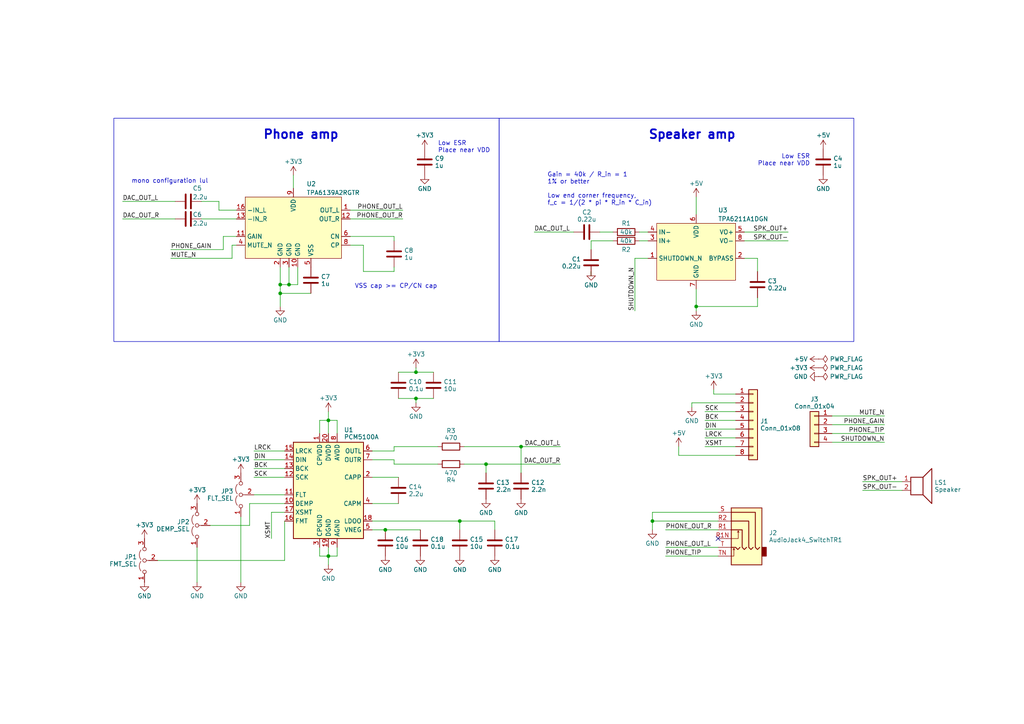
<source format=kicad_sch>
(kicad_sch (version 20230121) (generator eeschema)

  (uuid 698949e8-943b-4a76-bc35-577cc95e5f6f)

  (paper "A4")

  (lib_symbols
    (symbol "Audio:PCM5100A" (in_bom yes) (on_board yes)
      (property "Reference" "U" (at -10.16 13.97 0)
        (effects (font (size 1.27 1.27)) (justify left))
      )
      (property "Value" "PCM5100A" (at 3.81 13.97 0)
        (effects (font (size 1.27 1.27)) (justify left))
      )
      (property "Footprint" "Package_SO:TSSOP-20_4.4x6.5mm_P0.65mm" (at 25.4 -16.51 0)
        (effects (font (size 1.27 1.27)) hide)
      )
      (property "Datasheet" "https://www.ti.com/lit/ds/symlink/pcm5100a.pdf" (at 0 0 0)
        (effects (font (size 1.27 1.27)) hide)
      )
      (property "ki_keywords" "audio dac 2ch 32bit 384kHz" (at 0 0 0)
        (effects (font (size 1.27 1.27)) hide)
      )
      (property "ki_description" "2.1 VRMS, 100dB Audio Stereo DAC with PLL and 32-bit, 384kHz PCM Interface, TSSOP-20" (at 0 0 0)
        (effects (font (size 1.27 1.27)) hide)
      )
      (property "ki_fp_filters" "TSSOP*4.4x6.5mm*P0.65mm*" (at 0 0 0)
        (effects (font (size 1.27 1.27)) hide)
      )
      (symbol "PCM5100A_0_1"
        (rectangle (start -10.16 12.7) (end 10.16 -15.24)
          (stroke (width 0.254) (type default))
          (fill (type background))
        )
      )
      (symbol "PCM5100A_1_1"
        (pin passive line (at -2.54 15.24 270) (length 2.54)
          (name "CPVDD" (effects (font (size 1.27 1.27))))
          (number "1" (effects (font (size 1.27 1.27))))
        )
        (pin input line (at -12.7 -5.08 0) (length 2.54)
          (name "DEMP" (effects (font (size 1.27 1.27))))
          (number "10" (effects (font (size 1.27 1.27))))
        )
        (pin input line (at -12.7 -2.54 0) (length 2.54)
          (name "FLT" (effects (font (size 1.27 1.27))))
          (number "11" (effects (font (size 1.27 1.27))))
        )
        (pin input line (at -12.7 2.54 0) (length 2.54)
          (name "SCK" (effects (font (size 1.27 1.27))))
          (number "12" (effects (font (size 1.27 1.27))))
        )
        (pin input line (at -12.7 5.08 0) (length 2.54)
          (name "BCK" (effects (font (size 1.27 1.27))))
          (number "13" (effects (font (size 1.27 1.27))))
        )
        (pin input line (at -12.7 7.62 0) (length 2.54)
          (name "DIN" (effects (font (size 1.27 1.27))))
          (number "14" (effects (font (size 1.27 1.27))))
        )
        (pin input line (at -12.7 10.16 0) (length 2.54)
          (name "LRCK" (effects (font (size 1.27 1.27))))
          (number "15" (effects (font (size 1.27 1.27))))
        )
        (pin input line (at -12.7 -10.16 0) (length 2.54)
          (name "FMT" (effects (font (size 1.27 1.27))))
          (number "16" (effects (font (size 1.27 1.27))))
        )
        (pin input line (at -12.7 -7.62 0) (length 2.54)
          (name "XSMT" (effects (font (size 1.27 1.27))))
          (number "17" (effects (font (size 1.27 1.27))))
        )
        (pin passive line (at 12.7 -10.16 180) (length 2.54)
          (name "LDOO" (effects (font (size 1.27 1.27))))
          (number "18" (effects (font (size 1.27 1.27))))
        )
        (pin power_in line (at 0 -17.78 90) (length 2.54)
          (name "DGND" (effects (font (size 1.27 1.27))))
          (number "19" (effects (font (size 1.27 1.27))))
        )
        (pin passive line (at 12.7 2.54 180) (length 2.54)
          (name "CAPP" (effects (font (size 1.27 1.27))))
          (number "2" (effects (font (size 1.27 1.27))))
        )
        (pin power_in line (at 0 15.24 270) (length 2.54)
          (name "DVDD" (effects (font (size 1.27 1.27))))
          (number "20" (effects (font (size 1.27 1.27))))
        )
        (pin power_in line (at -2.54 -17.78 90) (length 2.54)
          (name "CPGND" (effects (font (size 1.27 1.27))))
          (number "3" (effects (font (size 1.27 1.27))))
        )
        (pin passive line (at 12.7 -5.08 180) (length 2.54)
          (name "CAPM" (effects (font (size 1.27 1.27))))
          (number "4" (effects (font (size 1.27 1.27))))
        )
        (pin passive line (at 12.7 -12.7 180) (length 2.54)
          (name "VNEG" (effects (font (size 1.27 1.27))))
          (number "5" (effects (font (size 1.27 1.27))))
        )
        (pin output line (at 12.7 10.16 180) (length 2.54)
          (name "OUTL" (effects (font (size 1.27 1.27))))
          (number "6" (effects (font (size 1.27 1.27))))
        )
        (pin output line (at 12.7 7.62 180) (length 2.54)
          (name "OUTR" (effects (font (size 1.27 1.27))))
          (number "7" (effects (font (size 1.27 1.27))))
        )
        (pin power_in line (at 2.54 15.24 270) (length 2.54)
          (name "AVDD" (effects (font (size 1.27 1.27))))
          (number "8" (effects (font (size 1.27 1.27))))
        )
        (pin power_in line (at 2.54 -17.78 90) (length 2.54)
          (name "AGND" (effects (font (size 1.27 1.27))))
          (number "9" (effects (font (size 1.27 1.27))))
        )
      )
    )
    (symbol "Connector_Audio:AudioJack4_SwitchTR1" (in_bom yes) (on_board yes)
      (property "Reference" "J" (at 0 11.43 0)
        (effects (font (size 1.27 1.27)))
      )
      (property "Value" "AudioJack4_SwitchTR1" (at 0 8.89 0)
        (effects (font (size 1.27 1.27)))
      )
      (property "Footprint" "" (at -1.27 0 0)
        (effects (font (size 1.27 1.27)) hide)
      )
      (property "Datasheet" "~" (at -1.27 0 0)
        (effects (font (size 1.27 1.27)) hide)
      )
      (property "ki_keywords" "audio jack receptacle stereo headphones phones TRS connector" (at 0 0 0)
        (effects (font (size 1.27 1.27)) hide)
      )
      (property "ki_description" "Audio Jack, 4 Poles (Stereo / TRRS), Switched TR1 Poles (Normalling)" (at 0 0 0)
        (effects (font (size 1.27 1.27)) hide)
      )
      (property "ki_fp_filters" "Jack*" (at 0 0 0)
        (effects (font (size 1.27 1.27)) hide)
      )
      (symbol "AudioJack4_SwitchTR1_0_1"
        (rectangle (start -7.62 -5.08) (end -8.89 -7.62)
          (stroke (width 0.254) (type default))
          (fill (type outline))
        )
        (polyline
          (pts
            (xy 1.27 -5.08)
            (xy 2.54 -5.08)
          )
          (stroke (width 0) (type default))
          (fill (type none))
        )
        (polyline
          (pts
            (xy 1.27 2.54)
            (xy 2.54 2.54)
          )
          (stroke (width 0) (type default))
          (fill (type none))
        )
        (polyline
          (pts
            (xy 2.54 0)
            (xy 1.27 0)
          )
          (stroke (width 0) (type default))
          (fill (type none))
        )
        (polyline
          (pts
            (xy 2.54 5.08)
            (xy 1.27 5.08)
          )
          (stroke (width 0) (type default))
          (fill (type none))
        )
        (rectangle (start 1.27 6.35) (end -7.62 -10.16)
          (stroke (width 0.254) (type default))
          (fill (type background))
        )
      )
      (symbol "AudioJack4_SwitchTR1_1_1"
        (polyline
          (pts
            (xy -0.762 -0.254)
            (xy -0.508 -0.762)
          )
          (stroke (width 0) (type default))
          (fill (type none))
        )
        (polyline
          (pts
            (xy 0.508 -5.334)
            (xy 0.762 -5.842)
          )
          (stroke (width 0) (type default))
          (fill (type none))
        )
        (polyline
          (pts
            (xy -1.27 -5.08)
            (xy -0.635 -5.715)
            (xy 0 -5.08)
            (xy 1.27 -5.08)
          )
          (stroke (width 0.254) (type default))
          (fill (type none))
        )
        (polyline
          (pts
            (xy 2.54 -7.62)
            (xy 0.508 -7.62)
            (xy 0.508 -5.334)
            (xy 0.254 -5.842)
          )
          (stroke (width 0) (type default))
          (fill (type none))
        )
        (polyline
          (pts
            (xy 2.54 -2.54)
            (xy -0.762 -2.54)
            (xy -0.762 -0.254)
            (xy -1.016 -0.762)
          )
          (stroke (width 0) (type default))
          (fill (type none))
        )
        (polyline
          (pts
            (xy -3.175 -5.08)
            (xy -2.54 -5.715)
            (xy -1.905 -5.08)
            (xy -1.905 0)
            (xy 1.27 0)
          )
          (stroke (width 0.254) (type default))
          (fill (type none))
        )
        (polyline
          (pts
            (xy 1.27 2.54)
            (xy -3.81 2.54)
            (xy -3.81 -5.08)
            (xy -4.445 -5.715)
            (xy -5.08 -5.08)
          )
          (stroke (width 0.254) (type default))
          (fill (type none))
        )
        (polyline
          (pts
            (xy 1.27 5.08)
            (xy -5.715 5.08)
            (xy -5.715 -5.08)
            (xy -6.35 -5.715)
            (xy -6.985 -5.08)
          )
          (stroke (width 0.254) (type default))
          (fill (type none))
        )
        (pin passive line (at 5.08 0 180) (length 2.54)
          (name "~" (effects (font (size 1.27 1.27))))
          (number "R1" (effects (font (size 1.27 1.27))))
        )
        (pin passive line (at 5.08 -2.54 180) (length 2.54)
          (name "~" (effects (font (size 1.27 1.27))))
          (number "R1N" (effects (font (size 1.27 1.27))))
        )
        (pin passive line (at 5.08 2.54 180) (length 2.54)
          (name "~" (effects (font (size 1.27 1.27))))
          (number "R2" (effects (font (size 1.27 1.27))))
        )
        (pin passive line (at 5.08 5.08 180) (length 2.54)
          (name "~" (effects (font (size 1.27 1.27))))
          (number "S" (effects (font (size 1.27 1.27))))
        )
        (pin passive line (at 5.08 -5.08 180) (length 2.54)
          (name "~" (effects (font (size 1.27 1.27))))
          (number "T" (effects (font (size 1.27 1.27))))
        )
        (pin passive line (at 5.08 -7.62 180) (length 2.54)
          (name "~" (effects (font (size 1.27 1.27))))
          (number "TN" (effects (font (size 1.27 1.27))))
        )
      )
    )
    (symbol "Connector_Generic:Conn_01x04" (pin_names (offset 1.016) hide) (in_bom yes) (on_board yes)
      (property "Reference" "J" (at 0 5.08 0)
        (effects (font (size 1.27 1.27)))
      )
      (property "Value" "Conn_01x04" (at 0 -7.62 0)
        (effects (font (size 1.27 1.27)))
      )
      (property "Footprint" "" (at 0 0 0)
        (effects (font (size 1.27 1.27)) hide)
      )
      (property "Datasheet" "~" (at 0 0 0)
        (effects (font (size 1.27 1.27)) hide)
      )
      (property "ki_keywords" "connector" (at 0 0 0)
        (effects (font (size 1.27 1.27)) hide)
      )
      (property "ki_description" "Generic connector, single row, 01x04, script generated (kicad-library-utils/schlib/autogen/connector/)" (at 0 0 0)
        (effects (font (size 1.27 1.27)) hide)
      )
      (property "ki_fp_filters" "Connector*:*_1x??_*" (at 0 0 0)
        (effects (font (size 1.27 1.27)) hide)
      )
      (symbol "Conn_01x04_1_1"
        (rectangle (start -1.27 -4.953) (end 0 -5.207)
          (stroke (width 0.1524) (type default))
          (fill (type none))
        )
        (rectangle (start -1.27 -2.413) (end 0 -2.667)
          (stroke (width 0.1524) (type default))
          (fill (type none))
        )
        (rectangle (start -1.27 0.127) (end 0 -0.127)
          (stroke (width 0.1524) (type default))
          (fill (type none))
        )
        (rectangle (start -1.27 2.667) (end 0 2.413)
          (stroke (width 0.1524) (type default))
          (fill (type none))
        )
        (rectangle (start -1.27 3.81) (end 1.27 -6.35)
          (stroke (width 0.254) (type default))
          (fill (type background))
        )
        (pin passive line (at -5.08 2.54 0) (length 3.81)
          (name "Pin_1" (effects (font (size 1.27 1.27))))
          (number "1" (effects (font (size 1.27 1.27))))
        )
        (pin passive line (at -5.08 0 0) (length 3.81)
          (name "Pin_2" (effects (font (size 1.27 1.27))))
          (number "2" (effects (font (size 1.27 1.27))))
        )
        (pin passive line (at -5.08 -2.54 0) (length 3.81)
          (name "Pin_3" (effects (font (size 1.27 1.27))))
          (number "3" (effects (font (size 1.27 1.27))))
        )
        (pin passive line (at -5.08 -5.08 0) (length 3.81)
          (name "Pin_4" (effects (font (size 1.27 1.27))))
          (number "4" (effects (font (size 1.27 1.27))))
        )
      )
    )
    (symbol "Connector_Generic:Conn_01x08" (pin_names (offset 1.016) hide) (in_bom yes) (on_board yes)
      (property "Reference" "J" (at 0 10.16 0)
        (effects (font (size 1.27 1.27)))
      )
      (property "Value" "Conn_01x08" (at 0 -12.7 0)
        (effects (font (size 1.27 1.27)))
      )
      (property "Footprint" "" (at 0 0 0)
        (effects (font (size 1.27 1.27)) hide)
      )
      (property "Datasheet" "~" (at 0 0 0)
        (effects (font (size 1.27 1.27)) hide)
      )
      (property "ki_keywords" "connector" (at 0 0 0)
        (effects (font (size 1.27 1.27)) hide)
      )
      (property "ki_description" "Generic connector, single row, 01x08, script generated (kicad-library-utils/schlib/autogen/connector/)" (at 0 0 0)
        (effects (font (size 1.27 1.27)) hide)
      )
      (property "ki_fp_filters" "Connector*:*_1x??_*" (at 0 0 0)
        (effects (font (size 1.27 1.27)) hide)
      )
      (symbol "Conn_01x08_1_1"
        (rectangle (start -1.27 -10.033) (end 0 -10.287)
          (stroke (width 0.1524) (type default))
          (fill (type none))
        )
        (rectangle (start -1.27 -7.493) (end 0 -7.747)
          (stroke (width 0.1524) (type default))
          (fill (type none))
        )
        (rectangle (start -1.27 -4.953) (end 0 -5.207)
          (stroke (width 0.1524) (type default))
          (fill (type none))
        )
        (rectangle (start -1.27 -2.413) (end 0 -2.667)
          (stroke (width 0.1524) (type default))
          (fill (type none))
        )
        (rectangle (start -1.27 0.127) (end 0 -0.127)
          (stroke (width 0.1524) (type default))
          (fill (type none))
        )
        (rectangle (start -1.27 2.667) (end 0 2.413)
          (stroke (width 0.1524) (type default))
          (fill (type none))
        )
        (rectangle (start -1.27 5.207) (end 0 4.953)
          (stroke (width 0.1524) (type default))
          (fill (type none))
        )
        (rectangle (start -1.27 7.747) (end 0 7.493)
          (stroke (width 0.1524) (type default))
          (fill (type none))
        )
        (rectangle (start -1.27 8.89) (end 1.27 -11.43)
          (stroke (width 0.254) (type default))
          (fill (type background))
        )
        (pin passive line (at -5.08 7.62 0) (length 3.81)
          (name "Pin_1" (effects (font (size 1.27 1.27))))
          (number "1" (effects (font (size 1.27 1.27))))
        )
        (pin passive line (at -5.08 5.08 0) (length 3.81)
          (name "Pin_2" (effects (font (size 1.27 1.27))))
          (number "2" (effects (font (size 1.27 1.27))))
        )
        (pin passive line (at -5.08 2.54 0) (length 3.81)
          (name "Pin_3" (effects (font (size 1.27 1.27))))
          (number "3" (effects (font (size 1.27 1.27))))
        )
        (pin passive line (at -5.08 0 0) (length 3.81)
          (name "Pin_4" (effects (font (size 1.27 1.27))))
          (number "4" (effects (font (size 1.27 1.27))))
        )
        (pin passive line (at -5.08 -2.54 0) (length 3.81)
          (name "Pin_5" (effects (font (size 1.27 1.27))))
          (number "5" (effects (font (size 1.27 1.27))))
        )
        (pin passive line (at -5.08 -5.08 0) (length 3.81)
          (name "Pin_6" (effects (font (size 1.27 1.27))))
          (number "6" (effects (font (size 1.27 1.27))))
        )
        (pin passive line (at -5.08 -7.62 0) (length 3.81)
          (name "Pin_7" (effects (font (size 1.27 1.27))))
          (number "7" (effects (font (size 1.27 1.27))))
        )
        (pin passive line (at -5.08 -10.16 0) (length 3.81)
          (name "Pin_8" (effects (font (size 1.27 1.27))))
          (number "8" (effects (font (size 1.27 1.27))))
        )
      )
    )
    (symbol "Device:C" (pin_numbers hide) (pin_names (offset 0.254)) (in_bom yes) (on_board yes)
      (property "Reference" "C" (at 0.635 2.54 0)
        (effects (font (size 1.27 1.27)) (justify left))
      )
      (property "Value" "C" (at 0.635 -2.54 0)
        (effects (font (size 1.27 1.27)) (justify left))
      )
      (property "Footprint" "" (at 0.9652 -3.81 0)
        (effects (font (size 1.27 1.27)) hide)
      )
      (property "Datasheet" "~" (at 0 0 0)
        (effects (font (size 1.27 1.27)) hide)
      )
      (property "ki_keywords" "cap capacitor" (at 0 0 0)
        (effects (font (size 1.27 1.27)) hide)
      )
      (property "ki_description" "Unpolarized capacitor" (at 0 0 0)
        (effects (font (size 1.27 1.27)) hide)
      )
      (property "ki_fp_filters" "C_*" (at 0 0 0)
        (effects (font (size 1.27 1.27)) hide)
      )
      (symbol "C_0_1"
        (polyline
          (pts
            (xy -2.032 -0.762)
            (xy 2.032 -0.762)
          )
          (stroke (width 0.508) (type default))
          (fill (type none))
        )
        (polyline
          (pts
            (xy -2.032 0.762)
            (xy 2.032 0.762)
          )
          (stroke (width 0.508) (type default))
          (fill (type none))
        )
      )
      (symbol "C_1_1"
        (pin passive line (at 0 3.81 270) (length 2.794)
          (name "~" (effects (font (size 1.27 1.27))))
          (number "1" (effects (font (size 1.27 1.27))))
        )
        (pin passive line (at 0 -3.81 90) (length 2.794)
          (name "~" (effects (font (size 1.27 1.27))))
          (number "2" (effects (font (size 1.27 1.27))))
        )
      )
    )
    (symbol "Device:R" (pin_numbers hide) (pin_names (offset 0)) (in_bom yes) (on_board yes)
      (property "Reference" "R" (at 2.032 0 90)
        (effects (font (size 1.27 1.27)))
      )
      (property "Value" "R" (at 0 0 90)
        (effects (font (size 1.27 1.27)))
      )
      (property "Footprint" "" (at -1.778 0 90)
        (effects (font (size 1.27 1.27)) hide)
      )
      (property "Datasheet" "~" (at 0 0 0)
        (effects (font (size 1.27 1.27)) hide)
      )
      (property "ki_keywords" "R res resistor" (at 0 0 0)
        (effects (font (size 1.27 1.27)) hide)
      )
      (property "ki_description" "Resistor" (at 0 0 0)
        (effects (font (size 1.27 1.27)) hide)
      )
      (property "ki_fp_filters" "R_*" (at 0 0 0)
        (effects (font (size 1.27 1.27)) hide)
      )
      (symbol "R_0_1"
        (rectangle (start -1.016 -2.54) (end 1.016 2.54)
          (stroke (width 0.254) (type default))
          (fill (type none))
        )
      )
      (symbol "R_1_1"
        (pin passive line (at 0 3.81 270) (length 1.27)
          (name "~" (effects (font (size 1.27 1.27))))
          (number "1" (effects (font (size 1.27 1.27))))
        )
        (pin passive line (at 0 -3.81 90) (length 1.27)
          (name "~" (effects (font (size 1.27 1.27))))
          (number "2" (effects (font (size 1.27 1.27))))
        )
      )
    )
    (symbol "Device:Speaker" (pin_names (offset 0) hide) (in_bom yes) (on_board yes)
      (property "Reference" "LS" (at 1.27 5.715 0)
        (effects (font (size 1.27 1.27)) (justify right))
      )
      (property "Value" "Speaker" (at 1.27 3.81 0)
        (effects (font (size 1.27 1.27)) (justify right))
      )
      (property "Footprint" "" (at 0 -5.08 0)
        (effects (font (size 1.27 1.27)) hide)
      )
      (property "Datasheet" "~" (at -0.254 -1.27 0)
        (effects (font (size 1.27 1.27)) hide)
      )
      (property "ki_keywords" "speaker sound" (at 0 0 0)
        (effects (font (size 1.27 1.27)) hide)
      )
      (property "ki_description" "Speaker" (at 0 0 0)
        (effects (font (size 1.27 1.27)) hide)
      )
      (symbol "Speaker_0_0"
        (rectangle (start -2.54 1.27) (end 1.016 -3.81)
          (stroke (width 0.254) (type default))
          (fill (type none))
        )
        (polyline
          (pts
            (xy 1.016 1.27)
            (xy 3.556 3.81)
            (xy 3.556 -6.35)
            (xy 1.016 -3.81)
          )
          (stroke (width 0.254) (type default))
          (fill (type none))
        )
      )
      (symbol "Speaker_1_1"
        (pin input line (at -5.08 0 0) (length 2.54)
          (name "1" (effects (font (size 1.27 1.27))))
          (number "1" (effects (font (size 1.27 1.27))))
        )
        (pin input line (at -5.08 -2.54 0) (length 2.54)
          (name "2" (effects (font (size 1.27 1.27))))
          (number "2" (effects (font (size 1.27 1.27))))
        )
      )
    )
    (symbol "Jumper:Jumper_3_Open" (pin_names (offset 0) hide) (in_bom yes) (on_board yes)
      (property "Reference" "JP" (at -2.54 -2.54 0)
        (effects (font (size 1.27 1.27)))
      )
      (property "Value" "Jumper_3_Open" (at 0 2.794 0)
        (effects (font (size 1.27 1.27)))
      )
      (property "Footprint" "" (at 0 0 0)
        (effects (font (size 1.27 1.27)) hide)
      )
      (property "Datasheet" "~" (at 0 0 0)
        (effects (font (size 1.27 1.27)) hide)
      )
      (property "ki_keywords" "Jumper SPDT" (at 0 0 0)
        (effects (font (size 1.27 1.27)) hide)
      )
      (property "ki_description" "Jumper, 3-pole, both open" (at 0 0 0)
        (effects (font (size 1.27 1.27)) hide)
      )
      (property "ki_fp_filters" "Jumper* TestPoint*3Pads* TestPoint*Bridge*" (at 0 0 0)
        (effects (font (size 1.27 1.27)) hide)
      )
      (symbol "Jumper_3_Open_0_0"
        (circle (center -3.302 0) (radius 0.508)
          (stroke (width 0) (type default))
          (fill (type none))
        )
        (circle (center 0 0) (radius 0.508)
          (stroke (width 0) (type default))
          (fill (type none))
        )
        (circle (center 3.302 0) (radius 0.508)
          (stroke (width 0) (type default))
          (fill (type none))
        )
      )
      (symbol "Jumper_3_Open_0_1"
        (arc (start -0.254 1.016) (mid -1.651 1.4992) (end -3.048 1.016)
          (stroke (width 0) (type default))
          (fill (type none))
        )
        (polyline
          (pts
            (xy 0 -0.508)
            (xy 0 -1.27)
          )
          (stroke (width 0) (type default))
          (fill (type none))
        )
        (arc (start 3.048 1.016) (mid 1.651 1.4992) (end 0.254 1.016)
          (stroke (width 0) (type default))
          (fill (type none))
        )
      )
      (symbol "Jumper_3_Open_1_1"
        (pin passive line (at -6.35 0 0) (length 2.54)
          (name "A" (effects (font (size 1.27 1.27))))
          (number "1" (effects (font (size 1.27 1.27))))
        )
        (pin passive line (at 0 -3.81 90) (length 2.54)
          (name "C" (effects (font (size 1.27 1.27))))
          (number "2" (effects (font (size 1.27 1.27))))
        )
        (pin passive line (at 6.35 0 180) (length 2.54)
          (name "B" (effects (font (size 1.27 1.27))))
          (number "3" (effects (font (size 1.27 1.27))))
        )
      )
    )
    (symbol "artsfest-audio:TPA6139A2RGTR" (in_bom yes) (on_board yes)
      (property "Reference" "U" (at 3.81 16.51 0)
        (effects (font (size 1.27 1.27)) (justify left))
      )
      (property "Value" "TPA6139A2RGTR" (at 3.81 13.97 0)
        (effects (font (size 1.27 1.27)) (justify left))
      )
      (property "Footprint" "" (at 0 0 0)
        (effects (font (size 1.27 1.27)) hide)
      )
      (property "Datasheet" "https://www.ti.com/lit/ds/symlink/tpa6139a2.pdf" (at 0 -20.32 0)
        (effects (font (size 1.27 1.27)) hide)
      )
      (property "ki_description" "25-mW Headphone Amplifier With Programmable-Fixed Gain, Single-ended Input and Output" (at 0 0 0)
        (effects (font (size 1.27 1.27)) hide)
      )
      (symbol "TPA6139A2RGTR_1_0"
        (pin output line (at 16.51 8.89 180) (length 2.54)
          (name "OUT_L" (effects (font (size 1.27 1.27))))
          (number "1" (effects (font (size 1.27 1.27))))
        )
        (pin power_in line (at 1.27 -7.62 90) (length 2.54)
          (name "GND" (effects (font (size 1.27 1.27))))
          (number "10" (effects (font (size 1.27 1.27))))
        )
        (pin input line (at -16.51 1.27 0) (length 2.54)
          (name "GAIN" (effects (font (size 1.27 1.27))))
          (number "11" (effects (font (size 1.27 1.27))))
        )
        (pin output line (at 16.51 6.35 180) (length 2.54)
          (name "OUT_R" (effects (font (size 1.27 1.27))))
          (number "12" (effects (font (size 1.27 1.27))))
        )
        (pin input line (at -16.51 6.35 0) (length 2.54)
          (name "-IN_R" (effects (font (size 1.27 1.27))))
          (number "13" (effects (font (size 1.27 1.27))))
        )
        (pin input line (at -16.51 8.89 0) (length 2.54)
          (name "-IN_L" (effects (font (size 1.27 1.27))))
          (number "16" (effects (font (size 1.27 1.27))))
        )
        (pin power_in line (at -3.81 -7.62 90) (length 2.54)
          (name "GND" (effects (font (size 1.27 1.27))))
          (number "2" (effects (font (size 1.27 1.27))))
        )
        (pin power_in line (at -1.27 -7.62 90) (length 2.54)
          (name "GND" (effects (font (size 1.27 1.27))))
          (number "3" (effects (font (size 1.27 1.27))))
        )
        (pin input line (at -16.51 -1.27 0) (length 2.54)
          (name "MUTE_N" (effects (font (size 1.27 1.27))))
          (number "4" (effects (font (size 1.27 1.27))))
        )
        (pin power_out line (at 5.08 -7.62 90) (length 2.54)
          (name "VSS" (effects (font (size 1.27 1.27))))
          (number "5" (effects (font (size 1.27 1.27))))
        )
        (pin output line (at 16.51 1.27 180) (length 2.54)
          (name "CN" (effects (font (size 1.27 1.27))))
          (number "6" (effects (font (size 1.27 1.27))))
        )
        (pin output line (at 16.51 -1.27 180) (length 2.54)
          (name "CP" (effects (font (size 1.27 1.27))))
          (number "8" (effects (font (size 1.27 1.27))))
        )
        (pin power_in line (at 0 15.24 270) (length 2.54)
          (name "VDD" (effects (font (size 1.27 1.27))))
          (number "9" (effects (font (size 1.27 1.27))))
        )
      )
      (symbol "TPA6139A2RGTR_1_1"
        (rectangle (start -13.97 12.7) (end 13.97 -5.08)
          (stroke (width 0) (type default))
          (fill (type background))
        )
      )
    )
    (symbol "artsfest-audio:TPA6211A1DGN" (in_bom yes) (on_board yes)
      (property "Reference" "U" (at 6.35 11.43 0)
        (effects (font (size 1.27 1.27)) (justify left))
      )
      (property "Value" "TPA6211A1DGN" (at 6.35 8.89 0)
        (effects (font (size 1.27 1.27)) (justify left))
      )
      (property "Footprint" "Package_SO:HVSSOP-10-1EP_3x3mm_P0.5mm_EP1.57x1.88mm" (at 0 -12.7 0)
        (effects (font (size 1.27 1.27)) hide)
      )
      (property "Datasheet" "https://www.ti.com/cn/lit/ds/symlink/tpa6211a1.pdf" (at -1.27 -10.795 0)
        (effects (font (size 1.27 1.27)) hide)
      )
      (property "ki_description" "3.1-W Mono Fully Differential Audio Power Amplifier" (at 0 0 0)
        (effects (font (size 1.27 1.27)) hide)
      )
      (symbol "TPA6211A1DGN_1_0"
        (pin input line (at -13.97 -2.54 0) (length 2.54)
          (name "SHUTDOWN_N" (effects (font (size 1.27 1.27))))
          (number "1" (effects (font (size 1.27 1.27))))
        )
        (pin input line (at 13.97 -2.54 180) (length 2.54)
          (name "BYPASS" (effects (font (size 1.27 1.27))))
          (number "2" (effects (font (size 1.27 1.27))))
        )
        (pin input line (at -13.97 2.54 0) (length 2.54)
          (name "IN+" (effects (font (size 1.27 1.27))))
          (number "3" (effects (font (size 1.27 1.27))))
        )
        (pin input line (at -13.97 5.08 0) (length 2.54)
          (name "IN-" (effects (font (size 1.27 1.27))))
          (number "4" (effects (font (size 1.27 1.27))))
        )
        (pin output line (at 13.97 5.08 180) (length 2.54)
          (name "VO+" (effects (font (size 1.27 1.27))))
          (number "5" (effects (font (size 1.27 1.27))))
        )
        (pin power_in line (at 0 10.16 270) (length 2.54)
          (name "VDD" (effects (font (size 1.27 1.27))))
          (number "6" (effects (font (size 1.27 1.27))))
        )
        (pin power_in line (at 0 -11.43 90) (length 2.54)
          (name "GND" (effects (font (size 1.27 1.27))))
          (number "7" (effects (font (size 1.27 1.27))))
        )
        (pin output line (at 13.97 2.54 180) (length 2.54)
          (name "VO-" (effects (font (size 1.27 1.27))))
          (number "8" (effects (font (size 1.27 1.27))))
        )
      )
      (symbol "TPA6211A1DGN_1_1"
        (rectangle (start -11.43 7.62) (end 11.43 -8.89)
          (stroke (width 0) (type default))
          (fill (type background))
        )
      )
    )
    (symbol "power:+3V3" (power) (pin_names (offset 0)) (in_bom yes) (on_board yes)
      (property "Reference" "#PWR" (at 0 -3.81 0)
        (effects (font (size 1.27 1.27)) hide)
      )
      (property "Value" "+3V3" (at 0 3.556 0)
        (effects (font (size 1.27 1.27)))
      )
      (property "Footprint" "" (at 0 0 0)
        (effects (font (size 1.27 1.27)) hide)
      )
      (property "Datasheet" "" (at 0 0 0)
        (effects (font (size 1.27 1.27)) hide)
      )
      (property "ki_keywords" "global power" (at 0 0 0)
        (effects (font (size 1.27 1.27)) hide)
      )
      (property "ki_description" "Power symbol creates a global label with name \"+3V3\"" (at 0 0 0)
        (effects (font (size 1.27 1.27)) hide)
      )
      (symbol "+3V3_0_1"
        (polyline
          (pts
            (xy -0.762 1.27)
            (xy 0 2.54)
          )
          (stroke (width 0) (type default))
          (fill (type none))
        )
        (polyline
          (pts
            (xy 0 0)
            (xy 0 2.54)
          )
          (stroke (width 0) (type default))
          (fill (type none))
        )
        (polyline
          (pts
            (xy 0 2.54)
            (xy 0.762 1.27)
          )
          (stroke (width 0) (type default))
          (fill (type none))
        )
      )
      (symbol "+3V3_1_1"
        (pin power_in line (at 0 0 90) (length 0) hide
          (name "+3V3" (effects (font (size 1.27 1.27))))
          (number "1" (effects (font (size 1.27 1.27))))
        )
      )
    )
    (symbol "power:+5V" (power) (pin_names (offset 0)) (in_bom yes) (on_board yes)
      (property "Reference" "#PWR" (at 0 -3.81 0)
        (effects (font (size 1.27 1.27)) hide)
      )
      (property "Value" "+5V" (at 0 3.556 0)
        (effects (font (size 1.27 1.27)))
      )
      (property "Footprint" "" (at 0 0 0)
        (effects (font (size 1.27 1.27)) hide)
      )
      (property "Datasheet" "" (at 0 0 0)
        (effects (font (size 1.27 1.27)) hide)
      )
      (property "ki_keywords" "global power" (at 0 0 0)
        (effects (font (size 1.27 1.27)) hide)
      )
      (property "ki_description" "Power symbol creates a global label with name \"+5V\"" (at 0 0 0)
        (effects (font (size 1.27 1.27)) hide)
      )
      (symbol "+5V_0_1"
        (polyline
          (pts
            (xy -0.762 1.27)
            (xy 0 2.54)
          )
          (stroke (width 0) (type default))
          (fill (type none))
        )
        (polyline
          (pts
            (xy 0 0)
            (xy 0 2.54)
          )
          (stroke (width 0) (type default))
          (fill (type none))
        )
        (polyline
          (pts
            (xy 0 2.54)
            (xy 0.762 1.27)
          )
          (stroke (width 0) (type default))
          (fill (type none))
        )
      )
      (symbol "+5V_1_1"
        (pin power_in line (at 0 0 90) (length 0) hide
          (name "+5V" (effects (font (size 1.27 1.27))))
          (number "1" (effects (font (size 1.27 1.27))))
        )
      )
    )
    (symbol "power:GND" (power) (pin_names (offset 0)) (in_bom yes) (on_board yes)
      (property "Reference" "#PWR" (at 0 -6.35 0)
        (effects (font (size 1.27 1.27)) hide)
      )
      (property "Value" "GND" (at 0 -3.81 0)
        (effects (font (size 1.27 1.27)))
      )
      (property "Footprint" "" (at 0 0 0)
        (effects (font (size 1.27 1.27)) hide)
      )
      (property "Datasheet" "" (at 0 0 0)
        (effects (font (size 1.27 1.27)) hide)
      )
      (property "ki_keywords" "global power" (at 0 0 0)
        (effects (font (size 1.27 1.27)) hide)
      )
      (property "ki_description" "Power symbol creates a global label with name \"GND\" , ground" (at 0 0 0)
        (effects (font (size 1.27 1.27)) hide)
      )
      (symbol "GND_0_1"
        (polyline
          (pts
            (xy 0 0)
            (xy 0 -1.27)
            (xy 1.27 -1.27)
            (xy 0 -2.54)
            (xy -1.27 -1.27)
            (xy 0 -1.27)
          )
          (stroke (width 0) (type default))
          (fill (type none))
        )
      )
      (symbol "GND_1_1"
        (pin power_in line (at 0 0 270) (length 0) hide
          (name "GND" (effects (font (size 1.27 1.27))))
          (number "1" (effects (font (size 1.27 1.27))))
        )
      )
    )
    (symbol "power:PWR_FLAG" (power) (pin_numbers hide) (pin_names (offset 0) hide) (in_bom yes) (on_board yes)
      (property "Reference" "#FLG" (at 0 1.905 0)
        (effects (font (size 1.27 1.27)) hide)
      )
      (property "Value" "PWR_FLAG" (at 0 3.81 0)
        (effects (font (size 1.27 1.27)))
      )
      (property "Footprint" "" (at 0 0 0)
        (effects (font (size 1.27 1.27)) hide)
      )
      (property "Datasheet" "~" (at 0 0 0)
        (effects (font (size 1.27 1.27)) hide)
      )
      (property "ki_keywords" "flag power" (at 0 0 0)
        (effects (font (size 1.27 1.27)) hide)
      )
      (property "ki_description" "Special symbol for telling ERC where power comes from" (at 0 0 0)
        (effects (font (size 1.27 1.27)) hide)
      )
      (symbol "PWR_FLAG_0_0"
        (pin power_out line (at 0 0 90) (length 0)
          (name "pwr" (effects (font (size 1.27 1.27))))
          (number "1" (effects (font (size 1.27 1.27))))
        )
      )
      (symbol "PWR_FLAG_0_1"
        (polyline
          (pts
            (xy 0 0)
            (xy 0 1.27)
            (xy -1.016 1.905)
            (xy 0 2.54)
            (xy 1.016 1.905)
            (xy 0 1.27)
          )
          (stroke (width 0) (type default))
          (fill (type none))
        )
      )
    )
  )

  (junction (at 201.93 88.9) (diameter 0) (color 0 0 0 0)
    (uuid 26f63f88-15f3-472b-8b66-4bf08d0a9efc)
  )
  (junction (at 189.23 151.13) (diameter 0) (color 0 0 0 0)
    (uuid 35cf4ab1-1c02-4e08-b7b9-17e41be3ea5e)
  )
  (junction (at 95.25 121.92) (diameter 0) (color 0 0 0 0)
    (uuid 3cf44b30-4af6-4254-839a-f354d05bbaad)
  )
  (junction (at 120.65 107.95) (diameter 0) (color 0 0 0 0)
    (uuid 4f987706-64f7-428b-86cc-2b5197128ca3)
  )
  (junction (at 151.13 129.54) (diameter 0) (color 0 0 0 0)
    (uuid 568ff5ea-b424-4887-8298-6b3bc5e5ae7b)
  )
  (junction (at 83.82 82.55) (diameter 0) (color 0 0 0 0)
    (uuid a2ae70bc-9463-4397-b758-094cd0ca4e3b)
  )
  (junction (at 111.76 153.67) (diameter 0) (color 0 0 0 0)
    (uuid a64121c2-3e1d-42fa-b54c-535087d3c116)
  )
  (junction (at 81.28 82.55) (diameter 0) (color 0 0 0 0)
    (uuid b88b28b0-155f-4af9-a9ee-819c4d51345d)
  )
  (junction (at 81.28 85.09) (diameter 0) (color 0 0 0 0)
    (uuid baf9f85d-142b-4a60-9eec-fe14fde732b6)
  )
  (junction (at 133.35 151.13) (diameter 0) (color 0 0 0 0)
    (uuid c8410181-9a6b-4818-a192-4cc6b99fc64d)
  )
  (junction (at 95.25 161.29) (diameter 0) (color 0 0 0 0)
    (uuid eb9e1c2c-ae05-43cf-825d-834b03267cc0)
  )
  (junction (at 140.97 134.62) (diameter 0) (color 0 0 0 0)
    (uuid f1c47b72-2a7a-4118-9d6d-ddd6b6d8a8a6)
  )
  (junction (at 120.65 115.57) (diameter 0) (color 0 0 0 0)
    (uuid f69c3a4e-8d25-43d9-bfd8-042ad85de6f9)
  )

  (no_connect (at 208.28 156.21) (uuid 15f2e0ea-b5e7-4d62-b1af-625f58987a26))

  (wire (pts (xy 120.65 106.68) (xy 120.65 107.95))
    (stroke (width 0) (type default))
    (uuid 01708617-cb5b-4ac6-9932-a91e77270d36)
  )
  (wire (pts (xy 189.23 151.13) (xy 208.28 151.13))
    (stroke (width 0) (type default))
    (uuid 0495a9fb-1ed9-4816-ab26-35c821835b40)
  )
  (wire (pts (xy 151.13 129.54) (xy 151.13 137.16))
    (stroke (width 0) (type default))
    (uuid 0a79658d-3708-4e61-a40c-99ea2fdf33a9)
  )
  (wire (pts (xy 228.6 67.31) (xy 215.9 67.31))
    (stroke (width 0) (type default))
    (uuid 0a7d95cb-bafe-49ea-a070-0ae533761948)
  )
  (wire (pts (xy 114.3 78.74) (xy 114.3 77.47))
    (stroke (width 0) (type default))
    (uuid 0b2b77b4-fc8b-4667-b647-1a7e805fceca)
  )
  (wire (pts (xy 184.15 74.93) (xy 187.96 74.93))
    (stroke (width 0) (type default))
    (uuid 0e23dc6c-f0a1-4505-b085-472ed5f34f16)
  )
  (wire (pts (xy 115.57 115.57) (xy 120.65 115.57))
    (stroke (width 0) (type default))
    (uuid 0fdcb01c-3251-4f46-ad5e-0880f710c808)
  )
  (wire (pts (xy 64.77 72.39) (xy 64.77 68.58))
    (stroke (width 0) (type default))
    (uuid 130ce06f-f668-4819-91cf-d410428a951c)
  )
  (wire (pts (xy 95.25 119.38) (xy 95.25 121.92))
    (stroke (width 0) (type default))
    (uuid 1752614c-3a71-41a6-a780-f747d7df5ec6)
  )
  (wire (pts (xy 64.77 68.58) (xy 68.58 68.58))
    (stroke (width 0) (type default))
    (uuid 17866dbf-ef77-41fb-93db-f102c6ce0174)
  )
  (wire (pts (xy 95.25 121.92) (xy 95.25 125.73))
    (stroke (width 0) (type default))
    (uuid 1a2b888e-2b6c-458d-86a7-de442888f6e1)
  )
  (wire (pts (xy 200.66 116.84) (xy 213.36 116.84))
    (stroke (width 0) (type default))
    (uuid 1a79a910-60e7-4472-972f-ba2780741913)
  )
  (wire (pts (xy 171.45 69.85) (xy 171.45 72.39))
    (stroke (width 0) (type default))
    (uuid 1afa4c2b-f8d3-4f93-8667-41ada8bc41de)
  )
  (wire (pts (xy 67.31 71.12) (xy 68.58 71.12))
    (stroke (width 0) (type default))
    (uuid 1e16b32b-d237-40d6-97b5-564e849da99a)
  )
  (wire (pts (xy 95.25 158.75) (xy 95.25 161.29))
    (stroke (width 0) (type default))
    (uuid 1edaa935-4ab9-486b-9e45-2c2228a13584)
  )
  (wire (pts (xy 45.72 162.56) (xy 82.55 162.56))
    (stroke (width 0) (type default))
    (uuid 268d2ec9-200d-408c-9479-caf466363236)
  )
  (wire (pts (xy 67.31 74.93) (xy 67.31 71.12))
    (stroke (width 0) (type default))
    (uuid 269e4720-b713-4cc2-9fe5-654ddf81800a)
  )
  (wire (pts (xy 204.47 119.38) (xy 213.36 119.38))
    (stroke (width 0) (type default))
    (uuid 299db0a9-44b6-4a17-99f2-a0fcdd344674)
  )
  (wire (pts (xy 134.62 134.62) (xy 140.97 134.62))
    (stroke (width 0) (type default))
    (uuid 2e6d0c6c-6018-4444-9ecd-9f212d88efa9)
  )
  (wire (pts (xy 207.01 113.03) (xy 207.01 114.3))
    (stroke (width 0) (type default))
    (uuid 374dc912-b939-4341-bbc7-cebb31af831d)
  )
  (wire (pts (xy 114.3 133.35) (xy 114.3 134.62))
    (stroke (width 0) (type default))
    (uuid 3c888876-ac20-4386-8513-9b9985714bf2)
  )
  (wire (pts (xy 189.23 148.59) (xy 208.28 148.59))
    (stroke (width 0) (type default))
    (uuid 3d8f0f06-5b3a-4f98-9806-f4f062453797)
  )
  (wire (pts (xy 107.95 153.67) (xy 111.76 153.67))
    (stroke (width 0) (type default))
    (uuid 3e1d8a51-c6d2-4311-a6e1-a31ba099d7cc)
  )
  (wire (pts (xy 72.39 146.05) (xy 82.55 146.05))
    (stroke (width 0) (type default))
    (uuid 40f339eb-604c-4f7d-b8b1-f008bba3ae22)
  )
  (wire (pts (xy 49.53 74.93) (xy 67.31 74.93))
    (stroke (width 0) (type default))
    (uuid 44f23d0a-d7a5-4dc6-b55b-a60429c87169)
  )
  (wire (pts (xy 81.28 77.47) (xy 81.28 82.55))
    (stroke (width 0) (type default))
    (uuid 4ba2b1e6-7304-43a2-b66b-03ee10b279c9)
  )
  (wire (pts (xy 101.6 68.58) (xy 114.3 68.58))
    (stroke (width 0) (type default))
    (uuid 4bbe3cb8-f5d4-41b2-9fdc-2069b24ac2a7)
  )
  (wire (pts (xy 189.23 153.67) (xy 189.23 151.13))
    (stroke (width 0) (type default))
    (uuid 4bc806be-c5bc-47ff-8e90-efe195c2541a)
  )
  (wire (pts (xy 35.56 63.5) (xy 50.8 63.5))
    (stroke (width 0) (type default))
    (uuid 4e7e8210-644e-462e-a8b4-8c04821dcd67)
  )
  (wire (pts (xy 241.3 128.27) (xy 256.54 128.27))
    (stroke (width 0) (type default))
    (uuid 50cac03a-ed29-4507-953f-24a1fe892f91)
  )
  (wire (pts (xy 105.41 78.74) (xy 105.41 71.12))
    (stroke (width 0) (type default))
    (uuid 55387435-4cdc-41ca-b0c1-813a9ab2c361)
  )
  (wire (pts (xy 78.74 156.21) (xy 78.74 148.59))
    (stroke (width 0) (type default))
    (uuid 562cf9b0-13bd-4996-b6c7-340f5b58b21f)
  )
  (wire (pts (xy 171.45 69.85) (xy 177.8 69.85))
    (stroke (width 0) (type default))
    (uuid 563dd5ae-6079-4b5f-8960-8b1915c59cdf)
  )
  (wire (pts (xy 73.66 133.35) (xy 82.55 133.35))
    (stroke (width 0) (type default))
    (uuid 599589c5-88f4-418a-9af1-497c1fcca366)
  )
  (wire (pts (xy 78.74 148.59) (xy 82.55 148.59))
    (stroke (width 0) (type default))
    (uuid 5bd512da-e880-4b0b-8f0e-638c0be01681)
  )
  (wire (pts (xy 208.28 158.75) (xy 193.04 158.75))
    (stroke (width 0) (type default))
    (uuid 5d3db106-630c-499a-9e4c-ff323eece1bc)
  )
  (wire (pts (xy 185.42 69.85) (xy 187.96 69.85))
    (stroke (width 0) (type default))
    (uuid 5dd59837-fca0-4a46-8b32-e5b32ef5cb71)
  )
  (wire (pts (xy 120.65 107.95) (xy 125.73 107.95))
    (stroke (width 0) (type default))
    (uuid 5ddb41c6-66c2-4b51-adc5-33daf19aba03)
  )
  (wire (pts (xy 85.09 50.8) (xy 85.09 54.61))
    (stroke (width 0) (type default))
    (uuid 603fdcbf-caa6-4609-a635-7dd1d3e54bff)
  )
  (wire (pts (xy 73.66 135.89) (xy 82.55 135.89))
    (stroke (width 0) (type default))
    (uuid 6263cdb4-7c86-4aa4-a0b4-e9463adbbddc)
  )
  (wire (pts (xy 228.6 69.85) (xy 215.9 69.85))
    (stroke (width 0) (type default))
    (uuid 651740c8-b4a6-4536-a075-cfccf0dd20b3)
  )
  (wire (pts (xy 81.28 82.55) (xy 83.82 82.55))
    (stroke (width 0) (type default))
    (uuid 67eddc41-28e4-498b-aa03-43c73f83c73d)
  )
  (wire (pts (xy 173.99 67.31) (xy 177.8 67.31))
    (stroke (width 0) (type default))
    (uuid 68869d07-dfc7-4848-af3b-5662546d105a)
  )
  (wire (pts (xy 114.3 130.81) (xy 114.3 129.54))
    (stroke (width 0) (type default))
    (uuid 6ba0607b-30ff-4b55-ae38-56e7d510b689)
  )
  (wire (pts (xy 120.65 115.57) (xy 125.73 115.57))
    (stroke (width 0) (type default))
    (uuid 6be673aa-08b5-4a94-b13c-6e271107d8b9)
  )
  (wire (pts (xy 95.25 161.29) (xy 95.25 163.83))
    (stroke (width 0) (type default))
    (uuid 6f0065e0-dcf6-4f12-ad55-4d1a37d36b3b)
  )
  (wire (pts (xy 83.82 82.55) (xy 86.36 82.55))
    (stroke (width 0) (type default))
    (uuid 73d38c7e-4964-4754-b5ab-0c9cca7a0102)
  )
  (wire (pts (xy 219.71 88.9) (xy 201.93 88.9))
    (stroke (width 0) (type default))
    (uuid 7414efe7-9b0d-46d0-b0ed-cbcc9ee45088)
  )
  (wire (pts (xy 115.57 107.95) (xy 120.65 107.95))
    (stroke (width 0) (type default))
    (uuid 77ac697d-5f4b-45c3-af66-3f93bb4fef78)
  )
  (wire (pts (xy 107.95 130.81) (xy 114.3 130.81))
    (stroke (width 0) (type default))
    (uuid 7936291a-eacd-4cd2-8511-62064381f5e2)
  )
  (wire (pts (xy 114.3 129.54) (xy 127 129.54))
    (stroke (width 0) (type default))
    (uuid 7bea51c4-a9cc-44af-8bdd-0979299411e5)
  )
  (wire (pts (xy 101.6 71.12) (xy 105.41 71.12))
    (stroke (width 0) (type default))
    (uuid 7bf3b9e4-945d-4501-99b1-6325f3076cc8)
  )
  (wire (pts (xy 73.66 138.43) (xy 82.55 138.43))
    (stroke (width 0) (type default))
    (uuid 7c44b219-405c-4a72-99d8-ab91262629c0)
  )
  (wire (pts (xy 92.71 158.75) (xy 92.71 161.29))
    (stroke (width 0) (type default))
    (uuid 7e7023d8-ae70-435c-9ae6-8bfb41335f39)
  )
  (wire (pts (xy 63.5 60.96) (xy 68.58 60.96))
    (stroke (width 0) (type default))
    (uuid 7fcbe903-11e7-4123-b2f2-11bb5d34eb5f)
  )
  (wire (pts (xy 140.97 134.62) (xy 162.56 134.62))
    (stroke (width 0) (type default))
    (uuid 807a85c5-49f4-4b5b-a113-0f1bc87f0913)
  )
  (wire (pts (xy 114.3 134.62) (xy 127 134.62))
    (stroke (width 0) (type default))
    (uuid 815d857d-ff02-483a-9ac3-40e4438b6377)
  )
  (wire (pts (xy 115.57 146.05) (xy 107.95 146.05))
    (stroke (width 0) (type default))
    (uuid 86fcfc86-ec8a-4452-911b-c0472801948d)
  )
  (wire (pts (xy 63.5 58.42) (xy 63.5 60.96))
    (stroke (width 0) (type default))
    (uuid 8bc427c4-0e46-4d0d-a235-cb3d54dadec2)
  )
  (wire (pts (xy 97.79 121.92) (xy 97.79 125.73))
    (stroke (width 0) (type default))
    (uuid 8d5dbeb1-253c-4997-90fe-f8f24c3bb367)
  )
  (wire (pts (xy 95.25 161.29) (xy 97.79 161.29))
    (stroke (width 0) (type default))
    (uuid 8ffd71b7-e322-4643-9402-1ba7917a33ec)
  )
  (wire (pts (xy 134.62 129.54) (xy 151.13 129.54))
    (stroke (width 0) (type default))
    (uuid 9079cf15-ca4a-492a-996f-e26c6b067a34)
  )
  (wire (pts (xy 143.51 151.13) (xy 143.51 153.67))
    (stroke (width 0) (type default))
    (uuid 91cac72a-cd49-4c13-b5a7-7048b6cd1e42)
  )
  (wire (pts (xy 107.95 133.35) (xy 114.3 133.35))
    (stroke (width 0) (type default))
    (uuid 922cc372-df6f-4435-84c6-804d282ac375)
  )
  (wire (pts (xy 72.39 152.4) (xy 72.39 146.05))
    (stroke (width 0) (type default))
    (uuid 960966c5-7849-4d34-b11d-3e689e8f589c)
  )
  (wire (pts (xy 92.71 161.29) (xy 95.25 161.29))
    (stroke (width 0) (type default))
    (uuid 96ddda4b-e542-4c50-b923-e24c0a346f00)
  )
  (wire (pts (xy 35.56 58.42) (xy 50.8 58.42))
    (stroke (width 0) (type default))
    (uuid 99c4cd6f-995e-4e3e-8c52-710c61e57318)
  )
  (wire (pts (xy 92.71 121.92) (xy 95.25 121.92))
    (stroke (width 0) (type default))
    (uuid 9a6fd27e-111c-4677-8db5-466daf173e9a)
  )
  (wire (pts (xy 114.3 69.85) (xy 114.3 68.58))
    (stroke (width 0) (type default))
    (uuid 9b535b06-41e4-4dd9-ad5d-97b5f35e359e)
  )
  (wire (pts (xy 219.71 86.36) (xy 219.71 88.9))
    (stroke (width 0) (type default))
    (uuid 9bf992e7-6413-40bc-bcd8-f1b5f5c49304)
  )
  (wire (pts (xy 82.55 162.56) (xy 82.55 151.13))
    (stroke (width 0) (type default))
    (uuid 9e2d7abd-65c6-41d6-95ce-b0b39643b161)
  )
  (wire (pts (xy 256.54 120.65) (xy 241.3 120.65))
    (stroke (width 0) (type default))
    (uuid 9f7d8b10-1445-40f5-8649-caa826fcd1b0)
  )
  (wire (pts (xy 204.47 121.92) (xy 213.36 121.92))
    (stroke (width 0) (type default))
    (uuid a22ba750-69c1-4c3b-bff0-b03faca9fb4c)
  )
  (wire (pts (xy 151.13 129.54) (xy 162.56 129.54))
    (stroke (width 0) (type default))
    (uuid a24a851b-85c4-48f1-bc58-18edd4917f70)
  )
  (wire (pts (xy 101.6 60.96) (xy 116.84 60.96))
    (stroke (width 0) (type default))
    (uuid a3ca01f1-ad7e-44dd-9f57-8b3ddf57ff4b)
  )
  (wire (pts (xy 250.19 139.7) (xy 261.62 139.7))
    (stroke (width 0) (type default))
    (uuid a3dc4703-a73d-4257-9c8c-f221452553d5)
  )
  (wire (pts (xy 256.54 125.73) (xy 241.3 125.73))
    (stroke (width 0) (type default))
    (uuid a56b2645-5577-4dfd-b7a0-f1a00b6efde9)
  )
  (wire (pts (xy 171.45 80.01) (xy 171.45 78.74))
    (stroke (width 0) (type default))
    (uuid a58fa312-156f-4764-a6a3-a2c58f763623)
  )
  (wire (pts (xy 114.3 78.74) (xy 105.41 78.74))
    (stroke (width 0) (type default))
    (uuid abe0ab35-67b8-4edf-b255-58f3fed922b7)
  )
  (wire (pts (xy 95.25 121.92) (xy 97.79 121.92))
    (stroke (width 0) (type default))
    (uuid ad531830-2b7c-40fb-b717-791ba1014c38)
  )
  (wire (pts (xy 73.66 130.81) (xy 82.55 130.81))
    (stroke (width 0) (type default))
    (uuid b008f05a-3a7d-4dd3-ba11-2b3cc79eace7)
  )
  (wire (pts (xy 73.66 143.51) (xy 82.55 143.51))
    (stroke (width 0) (type default))
    (uuid b13ba24d-df1b-44c2-bd5d-5edbf2312f66)
  )
  (wire (pts (xy 208.28 161.29) (xy 193.04 161.29))
    (stroke (width 0) (type default))
    (uuid b3e9cf99-a757-4ae9-9c24-932402595a3e)
  )
  (wire (pts (xy 120.65 115.57) (xy 120.65 116.84))
    (stroke (width 0) (type default))
    (uuid b5eb6a70-4d62-45a3-8536-1fb4c6740947)
  )
  (wire (pts (xy 115.57 138.43) (xy 107.95 138.43))
    (stroke (width 0) (type default))
    (uuid b90adb48-8834-4478-afa4-3eefb4be3713)
  )
  (wire (pts (xy 140.97 134.62) (xy 140.97 137.16))
    (stroke (width 0) (type default))
    (uuid bcb5ef8f-5241-46b8-9c74-75d1ad2fa0e5)
  )
  (wire (pts (xy 185.42 67.31) (xy 187.96 67.31))
    (stroke (width 0) (type default))
    (uuid bcebc088-0727-4ebe-9daf-2c44d4fb2cde)
  )
  (wire (pts (xy 213.36 132.08) (xy 196.85 132.08))
    (stroke (width 0) (type default))
    (uuid bcf0a338-ec06-448f-aacb-a57afd81d971)
  )
  (wire (pts (xy 204.47 127) (xy 213.36 127))
    (stroke (width 0) (type default))
    (uuid bf8e8e64-4c82-4092-bbf9-4fdb47d7a196)
  )
  (wire (pts (xy 107.95 151.13) (xy 133.35 151.13))
    (stroke (width 0) (type default))
    (uuid c0e45ff7-7d54-468a-be91-ce09e118aed1)
  )
  (wire (pts (xy 57.15 158.75) (xy 57.15 168.91))
    (stroke (width 0) (type default))
    (uuid c474ef82-47fb-4396-a23d-239570bfe532)
  )
  (wire (pts (xy 60.96 152.4) (xy 72.39 152.4))
    (stroke (width 0) (type default))
    (uuid c4be389e-1cc7-4de3-b356-1246837e72fc)
  )
  (wire (pts (xy 133.35 151.13) (xy 143.51 151.13))
    (stroke (width 0) (type default))
    (uuid c69b0fe6-b97a-4d55-96ab-a947dc8bd882)
  )
  (wire (pts (xy 184.15 74.93) (xy 184.15 90.17))
    (stroke (width 0) (type default))
    (uuid c79dd691-d577-4897-be3f-4765419a6630)
  )
  (wire (pts (xy 201.93 90.17) (xy 201.93 88.9))
    (stroke (width 0) (type default))
    (uuid c9170e20-1377-4be6-aec9-5af68065942a)
  )
  (wire (pts (xy 81.28 85.09) (xy 81.28 88.9))
    (stroke (width 0) (type default))
    (uuid ca5f94a3-abf1-4817-afab-5eda1f871a96)
  )
  (wire (pts (xy 83.82 77.47) (xy 83.82 82.55))
    (stroke (width 0) (type default))
    (uuid cbe32d93-4659-4415-af5f-97f03e1dd17b)
  )
  (wire (pts (xy 58.42 58.42) (xy 63.5 58.42))
    (stroke (width 0) (type default))
    (uuid cbf72000-0676-4074-a67c-b4781b7f0f1c)
  )
  (wire (pts (xy 219.71 78.74) (xy 219.71 74.93))
    (stroke (width 0) (type default))
    (uuid cbf9f021-a06a-4e40-9ed1-7af82bf4917f)
  )
  (wire (pts (xy 69.85 168.91) (xy 69.85 149.86))
    (stroke (width 0) (type default))
    (uuid cf001f4e-6fe8-4ac7-b925-7cb21221e6ea)
  )
  (wire (pts (xy 81.28 85.09) (xy 90.17 85.09))
    (stroke (width 0) (type default))
    (uuid cfa1aa56-0fa9-4a0a-b514-279dd4f79621)
  )
  (wire (pts (xy 97.79 161.29) (xy 97.79 158.75))
    (stroke (width 0) (type default))
    (uuid d2ef24be-78fa-46d7-99e7-9d7035bc0342)
  )
  (wire (pts (xy 133.35 153.67) (xy 133.35 151.13))
    (stroke (width 0) (type default))
    (uuid d7f91875-405d-483e-9817-49a03c110fb3)
  )
  (wire (pts (xy 219.71 74.93) (xy 215.9 74.93))
    (stroke (width 0) (type default))
    (uuid d9a5838b-1d4c-491a-8cd4-d91adfd4460d)
  )
  (wire (pts (xy 189.23 151.13) (xy 189.23 148.59))
    (stroke (width 0) (type default))
    (uuid d9ba6f62-c1d7-472a-809c-5a06d5a0ce4a)
  )
  (wire (pts (xy 58.42 63.5) (xy 68.58 63.5))
    (stroke (width 0) (type default))
    (uuid dc4ed087-01a1-41a1-8234-d3d6b4d90dd0)
  )
  (wire (pts (xy 207.01 114.3) (xy 213.36 114.3))
    (stroke (width 0) (type default))
    (uuid dce26be8-75d4-4a0d-a402-4b7fddbe5d25)
  )
  (wire (pts (xy 92.71 121.92) (xy 92.71 125.73))
    (stroke (width 0) (type default))
    (uuid ddc338f5-2d7d-413b-9b79-0d1f001b8755)
  )
  (wire (pts (xy 204.47 129.54) (xy 213.36 129.54))
    (stroke (width 0) (type default))
    (uuid df40a96a-0536-4891-806f-443368a0245a)
  )
  (wire (pts (xy 200.66 118.11) (xy 200.66 116.84))
    (stroke (width 0) (type default))
    (uuid e11dd253-9c60-45b3-aaeb-86cd4800273f)
  )
  (wire (pts (xy 196.85 129.54) (xy 196.85 132.08))
    (stroke (width 0) (type default))
    (uuid e16a1ee6-185a-4fca-a3e0-122f2376b561)
  )
  (wire (pts (xy 101.6 63.5) (xy 116.84 63.5))
    (stroke (width 0) (type default))
    (uuid e1ea954f-1ae2-4694-ba16-20916adde672)
  )
  (wire (pts (xy 154.94 67.31) (xy 166.37 67.31))
    (stroke (width 0) (type default))
    (uuid e1f46d6f-423c-4371-a505-60e523b9dbfd)
  )
  (wire (pts (xy 86.36 77.47) (xy 86.36 82.55))
    (stroke (width 0) (type default))
    (uuid e4e38224-6f05-4081-b736-b1120fa218c0)
  )
  (wire (pts (xy 204.47 124.46) (xy 213.36 124.46))
    (stroke (width 0) (type default))
    (uuid ebddfbe9-a901-4bcf-a4e0-a93d5c174e95)
  )
  (wire (pts (xy 49.53 72.39) (xy 64.77 72.39))
    (stroke (width 0) (type default))
    (uuid ecbf39b0-ff9d-4f90-b9d2-928a73413590)
  )
  (wire (pts (xy 111.76 153.67) (xy 121.92 153.67))
    (stroke (width 0) (type default))
    (uuid edf38d63-bdf9-4634-8d9b-a84c7ea13c34)
  )
  (wire (pts (xy 201.93 88.9) (xy 201.93 83.82))
    (stroke (width 0) (type default))
    (uuid f094bc86-b96e-4f58-b1c3-4b1838af127a)
  )
  (wire (pts (xy 201.93 57.15) (xy 201.93 62.23))
    (stroke (width 0) (type default))
    (uuid f25dfa02-0937-4f03-a309-6041e2abf927)
  )
  (wire (pts (xy 256.54 123.19) (xy 241.3 123.19))
    (stroke (width 0) (type default))
    (uuid f5cfc1e9-5249-4ca4-ada7-1666ae93c9cf)
  )
  (wire (pts (xy 81.28 82.55) (xy 81.28 85.09))
    (stroke (width 0) (type default))
    (uuid f8b3acbe-81ca-4dfe-b1fa-592711c9c0c2)
  )
  (wire (pts (xy 250.19 142.24) (xy 261.62 142.24))
    (stroke (width 0) (type default))
    (uuid fde707bf-5c78-4764-a0e4-3f08af1de20b)
  )
  (wire (pts (xy 208.28 153.67) (xy 193.04 153.67))
    (stroke (width 0) (type default))
    (uuid febb7839-6e46-4e45-a5e3-0aa4699c1317)
  )

  (rectangle (start 144.78 99.06) (end 144.78 99.06)
    (stroke (width 0) (type default))
    (fill (type none))
    (uuid 0646cc83-bfb0-4a3d-b581-53a58187fd57)
  )
  (rectangle (start 33.02 34.29) (end 144.78 99.06)
    (stroke (width 0) (type default))
    (fill (type none))
    (uuid 103de710-6ee6-4f6d-9660-0e0a25245ed9)
  )
  (rectangle (start 144.78 34.29) (end 247.65 99.06)
    (stroke (width 0) (type default))
    (fill (type none))
    (uuid 677acbf7-e8d5-4b0d-b9ac-9ea241e1db00)
  )

  (text "Speaker amp" (at 187.96 40.64 0)
    (effects (font (size 2.54 2.54) (thickness 0.508) bold) (justify left bottom))
    (uuid 2b4e7ed6-e322-4457-9ebc-5ce0ffe378c5)
  )
  (text "Low ESR\nPlace near VDD" (at 127 44.45 0)
    (effects (font (size 1.27 1.27)) (justify left bottom))
    (uuid 36f41fb5-e01a-43d9-a1ab-ed74fa768470)
  )
  (text "mono configuration lul" (at 38.1 53.34 0)
    (effects (font (size 1.27 1.27)) (justify left bottom))
    (uuid 5cd21334-fe15-494d-b9c5-0bb3bfd87bab)
  )
  (text "Gain = 40k / R_in = 1\n1% or better\n\nLow end corner frequency, \nf_c = 1/(2 * pi * R_in * C_in)"
    (at 158.75 59.69 0)
    (effects (font (size 1.27 1.27)) (justify left bottom))
    (uuid 98ce81e7-cbfd-4240-b1a3-493d6bcd929a)
  )
  (text "Low ESR\nPlace near VDD" (at 234.95 48.26 0)
    (effects (font (size 1.27 1.27)) (justify right bottom))
    (uuid 9d091632-35fd-46d7-a380-6079396c4442)
  )
  (text "VSS cap >= CP/CN cap" (at 102.87 83.82 0)
    (effects (font (size 1.27 1.27)) (justify left bottom))
    (uuid a610c66a-7f26-4d5e-9b8c-193a08d54031)
  )
  (text "Phone amp" (at 76.2 40.64 0)
    (effects (font (size 2.54 2.54) (thickness 0.508) bold) (justify left bottom))
    (uuid b9c57618-a290-42d9-87b4-9dc770ec7a73)
  )

  (label "SHUTDOWN_N" (at 256.54 128.27 180) (fields_autoplaced)
    (effects (font (size 1.27 1.27)) (justify right bottom))
    (uuid 0ca7b823-0ce1-45fe-9d4f-a8c349233229)
  )
  (label "XSMT" (at 204.47 129.54 0) (fields_autoplaced)
    (effects (font (size 1.27 1.27)) (justify left bottom))
    (uuid 0e9aaa7e-ddd5-48bd-afed-820aadcb18b4)
  )
  (label "PHONE_GAIN" (at 49.53 72.39 0) (fields_autoplaced)
    (effects (font (size 1.27 1.27)) (justify left bottom))
    (uuid 0f7cb974-0f90-4388-a98d-e9f9262205f7)
  )
  (label "MUTE_N" (at 256.54 120.65 180) (fields_autoplaced)
    (effects (font (size 1.27 1.27)) (justify right bottom))
    (uuid 1b79b751-6207-45ce-927e-c8a4e3360412)
  )
  (label "SCK" (at 73.66 138.43 0) (fields_autoplaced)
    (effects (font (size 1.27 1.27)) (justify left bottom))
    (uuid 21804dd7-fbf4-4305-9aad-482da7db9a88)
  )
  (label "LRCK" (at 73.66 130.81 0) (fields_autoplaced)
    (effects (font (size 1.27 1.27)) (justify left bottom))
    (uuid 2bcd509e-2a22-4e2a-a9a1-2dd50df7f3ce)
  )
  (label "DIN" (at 204.47 124.46 0) (fields_autoplaced)
    (effects (font (size 1.27 1.27)) (justify left bottom))
    (uuid 2ca5da53-8210-447a-847d-d046cf8af4c6)
  )
  (label "SPK_OUT+" (at 250.19 139.7 0) (fields_autoplaced)
    (effects (font (size 1.27 1.27)) (justify left bottom))
    (uuid 2f945f39-4f96-4d00-b458-a043c9e0a3ec)
  )
  (label "PHONE_TIP" (at 256.54 125.73 180) (fields_autoplaced)
    (effects (font (size 1.27 1.27)) (justify right bottom))
    (uuid 3176db86-542f-49ba-9358-c86ed3bb9a27)
  )
  (label "SPK_OUT-" (at 250.19 142.24 0) (fields_autoplaced)
    (effects (font (size 1.27 1.27)) (justify left bottom))
    (uuid 362ce797-b3c5-4c1c-adb2-0ad44a470f31)
  )
  (label "SPK_OUT+" (at 228.6 67.31 180) (fields_autoplaced)
    (effects (font (size 1.27 1.27)) (justify right bottom))
    (uuid 39af663e-1962-4cfc-afc2-eb393cb35f36)
  )
  (label "PHONE_TIP" (at 193.04 161.29 0) (fields_autoplaced)
    (effects (font (size 1.27 1.27)) (justify left bottom))
    (uuid 3b22851b-3b55-413d-bee9-e5348f7fbc01)
  )
  (label "DAC_OUT_L" (at 35.56 58.42 0) (fields_autoplaced)
    (effects (font (size 1.27 1.27)) (justify left bottom))
    (uuid 3e34492c-3d1e-4f7b-8fa1-a250b8827591)
  )
  (label "PHONE_OUT_R" (at 116.84 63.5 180) (fields_autoplaced)
    (effects (font (size 1.27 1.27)) (justify right bottom))
    (uuid 3eb74f99-78c3-42f1-8dbb-b47504e88bef)
  )
  (label "BCK" (at 73.66 135.89 0) (fields_autoplaced)
    (effects (font (size 1.27 1.27)) (justify left bottom))
    (uuid 4baf36a4-0fc1-4b7f-a281-e40ebfcc0e91)
  )
  (label "DAC_OUT_R" (at 162.56 134.62 180) (fields_autoplaced)
    (effects (font (size 1.27 1.27)) (justify right bottom))
    (uuid 4c9b8431-e979-46c4-aa57-cb91f3485f69)
  )
  (label "XSMT" (at 78.74 156.21 90) (fields_autoplaced)
    (effects (font (size 1.27 1.27)) (justify left bottom))
    (uuid 70ffc51a-daec-48c0-b717-a2cf120c2480)
  )
  (label "PHONE_OUT_L" (at 193.04 158.75 0) (fields_autoplaced)
    (effects (font (size 1.27 1.27)) (justify left bottom))
    (uuid 805063a5-f27f-49a6-958e-edd924355457)
  )
  (label "SPK_OUT-" (at 228.6 69.85 180) (fields_autoplaced)
    (effects (font (size 1.27 1.27)) (justify right bottom))
    (uuid 930efd6f-d077-45f1-b85d-60187c7bdc1e)
  )
  (label "DIN" (at 73.66 133.35 0) (fields_autoplaced)
    (effects (font (size 1.27 1.27)) (justify left bottom))
    (uuid 94b04c82-a999-48ef-8025-cb18dd367010)
  )
  (label "LRCK" (at 204.47 127 0) (fields_autoplaced)
    (effects (font (size 1.27 1.27)) (justify left bottom))
    (uuid a19c42ba-bdb8-4a52-ad89-4b1e884ff002)
  )
  (label "MUTE_N" (at 49.53 74.93 0) (fields_autoplaced)
    (effects (font (size 1.27 1.27)) (justify left bottom))
    (uuid a38dc489-6dc3-4e64-b361-09aad9c4af0b)
  )
  (label "PHONE_OUT_R" (at 193.04 153.67 0) (fields_autoplaced)
    (effects (font (size 1.27 1.27)) (justify left bottom))
    (uuid a7bdd246-0d9b-498f-ac32-444f808730c8)
  )
  (label "PHONE_GAIN" (at 256.54 123.19 180) (fields_autoplaced)
    (effects (font (size 1.27 1.27)) (justify right bottom))
    (uuid c62dccdf-35d8-43b2-9137-9426cd3efa46)
  )
  (label "BCK" (at 204.47 121.92 0) (fields_autoplaced)
    (effects (font (size 1.27 1.27)) (justify left bottom))
    (uuid e37c17b2-5c81-469c-9f01-c678590108db)
  )
  (label "DAC_OUT_L" (at 162.56 129.54 180) (fields_autoplaced)
    (effects (font (size 1.27 1.27)) (justify right bottom))
    (uuid e7554c7f-5a0b-4268-b20d-9f356eb89930)
  )
  (label "DAC_OUT_R" (at 35.56 63.5 0) (fields_autoplaced)
    (effects (font (size 1.27 1.27)) (justify left bottom))
    (uuid fa54fe6d-8c2d-463b-80ee-d916dd92c199)
  )
  (label "SHUTDOWN_N" (at 184.15 90.17 90) (fields_autoplaced)
    (effects (font (size 1.27 1.27)) (justify left bottom))
    (uuid fadb9fab-9906-4fab-9721-7e4db6927e65)
  )
  (label "SCK" (at 204.47 119.38 0) (fields_autoplaced)
    (effects (font (size 1.27 1.27)) (justify left bottom))
    (uuid fb087058-c12a-4c34-9915-67a6ccc6214f)
  )
  (label "PHONE_OUT_L" (at 116.84 60.96 180) (fields_autoplaced)
    (effects (font (size 1.27 1.27)) (justify right bottom))
    (uuid fd6aeed9-208e-4515-b836-8bad50ebae9a)
  )
  (label "DAC_OUT_L" (at 154.94 67.31 0) (fields_autoplaced)
    (effects (font (size 1.27 1.27)) (justify left bottom))
    (uuid ff434d39-028f-444c-86f3-a248fbf09319)
  )

  (symbol (lib_id "artsfest-audio:TPA6211A1DGN") (at 201.93 72.39 0) (unit 1)
    (in_bom yes) (on_board yes) (dnp no) (fields_autoplaced)
    (uuid 01cded53-dc7a-4d73-abf4-5a52228efb01)
    (property "Reference" "U3" (at 208.28 60.96 0)
      (effects (font (size 1.27 1.27)) (justify left))
    )
    (property "Value" "TPA6211A1DGN" (at 208.28 63.5 0)
      (effects (font (size 1.27 1.27)) (justify left))
    )
    (property "Footprint" "Package_SO:HVSSOP-10-1EP_3x3mm_P0.5mm_EP1.57x1.88mm" (at 201.93 85.09 0)
      (effects (font (size 1.27 1.27)) hide)
    )
    (property "Datasheet" "https://www.ti.com/cn/lit/ds/symlink/tpa6211a1.pdf" (at 200.66 83.185 0)
      (effects (font (size 1.27 1.27)) hide)
    )
    (property "LCSC" "C7718" (at 201.93 72.39 0)
      (effects (font (size 1.27 1.27)) hide)
    )
    (pin "1" (uuid 1a89b503-f967-435c-ae8f-849cd5f7bc66))
    (pin "2" (uuid 67c0df7c-8a02-45d1-841d-9ee444d529af))
    (pin "3" (uuid 2756775d-9f15-4ae2-b644-caa8ddc95526))
    (pin "4" (uuid 59613293-6f8e-4037-8617-a9ea628867e1))
    (pin "5" (uuid e8720067-1918-4b53-9662-9642094da739))
    (pin "6" (uuid 64f8cfea-e611-49b2-91f1-44b2fec6f934))
    (pin "7" (uuid 579d928f-78f7-4c6b-93b7-741329769f23))
    (pin "8" (uuid 8648d92b-bc7b-4d79-953e-7b0c43ff123a))
    (instances
      (project "audio-test-board"
        (path "/698949e8-943b-4a76-bc35-577cc95e5f6f"
          (reference "U3") (unit 1)
        )
      )
    )
  )

  (symbol (lib_id "power:PWR_FLAG") (at 237.49 109.22 270) (unit 1)
    (in_bom yes) (on_board yes) (dnp no) (fields_autoplaced)
    (uuid 051bb33b-fa57-41ff-8ace-53350526478d)
    (property "Reference" "#FLG03" (at 239.395 109.22 0)
      (effects (font (size 1.27 1.27)) hide)
    )
    (property "Value" "PWR_FLAG" (at 240.665 109.22 90)
      (effects (font (size 1.27 1.27)) (justify left))
    )
    (property "Footprint" "" (at 237.49 109.22 0)
      (effects (font (size 1.27 1.27)) hide)
    )
    (property "Datasheet" "~" (at 237.49 109.22 0)
      (effects (font (size 1.27 1.27)) hide)
    )
    (pin "1" (uuid efbf1a53-af66-4bd5-b6b9-3c9d46716d74))
    (instances
      (project "audio-test-board"
        (path "/698949e8-943b-4a76-bc35-577cc95e5f6f"
          (reference "#FLG03") (unit 1)
        )
      )
    )
  )

  (symbol (lib_id "Device:C") (at 115.57 142.24 0) (unit 1)
    (in_bom yes) (on_board yes) (dnp no) (fields_autoplaced)
    (uuid 064e0737-37d7-4289-beaf-8ad9fd4a47a5)
    (property "Reference" "C14" (at 118.491 141.216 0)
      (effects (font (size 1.27 1.27)) (justify left))
    )
    (property "Value" "2.2u" (at 118.491 143.264 0)
      (effects (font (size 1.27 1.27)) (justify left))
    )
    (property "Footprint" "Capacitor_SMD:C_0603_1608Metric_Pad1.08x0.95mm_HandSolder" (at 116.5352 146.05 0)
      (effects (font (size 1.27 1.27)) hide)
    )
    (property "Datasheet" "~" (at 115.57 142.24 0)
      (effects (font (size 1.27 1.27)) hide)
    )
    (property "LCSC" "C23630" (at 115.57 142.24 0)
      (effects (font (size 1.27 1.27)) hide)
    )
    (pin "1" (uuid 72bd30e1-a219-43e9-b194-68f70e5d3ed2))
    (pin "2" (uuid 780556c3-868c-4d38-ac3b-29c12a297b24))
    (instances
      (project "audio-test-board"
        (path "/698949e8-943b-4a76-bc35-577cc95e5f6f"
          (reference "C14") (unit 1)
        )
      )
    )
  )

  (symbol (lib_id "power:+5V") (at 201.93 57.15 0) (unit 1)
    (in_bom yes) (on_board yes) (dnp no) (fields_autoplaced)
    (uuid 0cc7928e-d371-472b-a43e-ac9f0f3dd807)
    (property "Reference" "#PWR01" (at 201.93 60.96 0)
      (effects (font (size 1.27 1.27)) hide)
    )
    (property "Value" "+5V" (at 201.93 53.205 0)
      (effects (font (size 1.27 1.27)))
    )
    (property "Footprint" "" (at 201.93 57.15 0)
      (effects (font (size 1.27 1.27)) hide)
    )
    (property "Datasheet" "" (at 201.93 57.15 0)
      (effects (font (size 1.27 1.27)) hide)
    )
    (pin "1" (uuid b24a099e-a4d7-4131-b78d-0a165e4e85b4))
    (instances
      (project "audio-test-board"
        (path "/698949e8-943b-4a76-bc35-577cc95e5f6f"
          (reference "#PWR01") (unit 1)
        )
      )
    )
  )

  (symbol (lib_id "power:+3V3") (at 207.01 113.03 0) (unit 1)
    (in_bom yes) (on_board yes) (dnp no) (fields_autoplaced)
    (uuid 14bbb8c4-9162-4152-aa59-c11c35191143)
    (property "Reference" "#PWR026" (at 207.01 116.84 0)
      (effects (font (size 1.27 1.27)) hide)
    )
    (property "Value" "+3V3" (at 207.01 109.085 0)
      (effects (font (size 1.27 1.27)))
    )
    (property "Footprint" "" (at 207.01 113.03 0)
      (effects (font (size 1.27 1.27)) hide)
    )
    (property "Datasheet" "" (at 207.01 113.03 0)
      (effects (font (size 1.27 1.27)) hide)
    )
    (pin "1" (uuid c255893d-cae8-47e0-8c91-1480049a7465))
    (instances
      (project "audio-test-board"
        (path "/698949e8-943b-4a76-bc35-577cc95e5f6f"
          (reference "#PWR026") (unit 1)
        )
      )
    )
  )

  (symbol (lib_id "Device:C") (at 54.61 63.5 90) (mirror x) (unit 1)
    (in_bom yes) (on_board yes) (dnp no)
    (uuid 1612fe69-c6ea-4fdf-a35f-75b27443a878)
    (property "Reference" "C6" (at 55.88 62.23 90)
      (effects (font (size 1.27 1.27)) (justify right))
    )
    (property "Value" "2.2u" (at 55.88 64.77 90)
      (effects (font (size 1.27 1.27)) (justify right))
    )
    (property "Footprint" "Capacitor_SMD:C_0603_1608Metric_Pad1.08x0.95mm_HandSolder" (at 58.42 64.4652 0)
      (effects (font (size 1.27 1.27)) hide)
    )
    (property "Datasheet" "~" (at 54.61 63.5 0)
      (effects (font (size 1.27 1.27)) hide)
    )
    (property "LCSC" "C23630" (at 54.61 63.5 0)
      (effects (font (size 1.27 1.27)) hide)
    )
    (pin "1" (uuid 49289b79-2564-4ca2-98f5-1cd72d659f32))
    (pin "2" (uuid 49f4e7dc-1234-41d2-8e5a-02a912728c8d))
    (instances
      (project "audio-test-board"
        (path "/698949e8-943b-4a76-bc35-577cc95e5f6f"
          (reference "C6") (unit 1)
        )
      )
    )
  )

  (symbol (lib_id "Connector_Audio:AudioJack4_SwitchTR1") (at 213.36 153.67 0) (mirror y) (unit 1)
    (in_bom yes) (on_board yes) (dnp no)
    (uuid 1ed981ce-3097-48ea-92c4-092e762b56d5)
    (property "Reference" "J2" (at 223.012 154.551 0)
      (effects (font (size 1.27 1.27)) (justify right))
    )
    (property "Value" "AudioJack4_SwitchTR1" (at 223.012 156.599 0)
      (effects (font (size 1.27 1.27)) (justify right))
    )
    (property "Footprint" "artsfest-audio:Jack_3.5mm_XKB_PJ-35367-B-SMT" (at 214.63 153.67 0)
      (effects (font (size 1.27 1.27)) hide)
    )
    (property "Datasheet" "~" (at 214.63 153.67 0)
      (effects (font (size 1.27 1.27)) hide)
    )
    (property "LCSC" "C2884964" (at 213.36 153.67 0)
      (effects (font (size 1.27 1.27)) hide)
    )
    (pin "R1" (uuid dfadc98e-d8e7-4290-9e01-3c10aab5016f))
    (pin "R1N" (uuid abe46fb8-a05b-4620-a3f7-ab11a69ef959))
    (pin "R2" (uuid 3e2197dc-9fc8-4a68-94f2-6ee3529422c5))
    (pin "S" (uuid 054c78e5-5621-4bb3-abd6-4a229f792724))
    (pin "T" (uuid 5ef6a9aa-bb0c-44e9-ab2e-fbd7165e9b7c))
    (pin "TN" (uuid 0fc90b1e-25bb-4d0f-805e-e84dd83225e3))
    (instances
      (project "audio-test-board"
        (path "/698949e8-943b-4a76-bc35-577cc95e5f6f"
          (reference "J2") (unit 1)
        )
      )
    )
  )

  (symbol (lib_id "power:PWR_FLAG") (at 237.49 106.68 270) (unit 1)
    (in_bom yes) (on_board yes) (dnp no) (fields_autoplaced)
    (uuid 1f00333e-e298-4461-9290-7c578a7d2443)
    (property "Reference" "#FLG02" (at 239.395 106.68 0)
      (effects (font (size 1.27 1.27)) hide)
    )
    (property "Value" "PWR_FLAG" (at 240.665 106.68 90)
      (effects (font (size 1.27 1.27)) (justify left))
    )
    (property "Footprint" "" (at 237.49 106.68 0)
      (effects (font (size 1.27 1.27)) hide)
    )
    (property "Datasheet" "~" (at 237.49 106.68 0)
      (effects (font (size 1.27 1.27)) hide)
    )
    (pin "1" (uuid ad365de1-d5c4-4882-9d24-b2d09a779287))
    (instances
      (project "audio-test-board"
        (path "/698949e8-943b-4a76-bc35-577cc95e5f6f"
          (reference "#FLG02") (unit 1)
        )
      )
    )
  )

  (symbol (lib_id "Device:Speaker") (at 266.7 139.7 0) (unit 1)
    (in_bom yes) (on_board yes) (dnp no) (fields_autoplaced)
    (uuid 238d6b04-efd4-4e56-839f-61c005c5ae73)
    (property "Reference" "LS1" (at 271.018 139.946 0)
      (effects (font (size 1.27 1.27)) (justify left))
    )
    (property "Value" "Speaker" (at 271.018 141.994 0)
      (effects (font (size 1.27 1.27)) (justify left))
    )
    (property "Footprint" "artsfest-audio:Speaker_INGHAI_GSPK2307P-8R1W" (at 266.7 144.78 0)
      (effects (font (size 1.27 1.27)) hide)
    )
    (property "Datasheet" "~" (at 266.446 140.97 0)
      (effects (font (size 1.27 1.27)) hide)
    )
    (property "LCSC" "C530531" (at 266.7 139.7 0)
      (effects (font (size 1.27 1.27)) hide)
    )
    (pin "1" (uuid e23e5fe4-6b45-4c0c-82aa-f4e9945a79ae))
    (pin "2" (uuid 5a623c6f-9c3b-4322-8740-f041a366d5d7))
    (instances
      (project "audio-test-board"
        (path "/698949e8-943b-4a76-bc35-577cc95e5f6f"
          (reference "LS1") (unit 1)
        )
      )
    )
  )

  (symbol (lib_id "power:+3V3") (at 57.15 146.05 0) (unit 1)
    (in_bom yes) (on_board yes) (dnp no) (fields_autoplaced)
    (uuid 257f9f47-264d-4f5c-a00b-701f5ee1a7e5)
    (property "Reference" "#PWR019" (at 57.15 149.86 0)
      (effects (font (size 1.27 1.27)) hide)
    )
    (property "Value" "+3V3" (at 57.15 142.105 0)
      (effects (font (size 1.27 1.27)))
    )
    (property "Footprint" "" (at 57.15 146.05 0)
      (effects (font (size 1.27 1.27)) hide)
    )
    (property "Datasheet" "" (at 57.15 146.05 0)
      (effects (font (size 1.27 1.27)) hide)
    )
    (pin "1" (uuid a2abd2be-712c-4dc3-8b4d-99da72fde367))
    (instances
      (project "audio-test-board"
        (path "/698949e8-943b-4a76-bc35-577cc95e5f6f"
          (reference "#PWR019") (unit 1)
        )
      )
    )
  )

  (symbol (lib_id "Connector_Generic:Conn_01x08") (at 218.44 121.92 0) (unit 1)
    (in_bom yes) (on_board yes) (dnp no) (fields_autoplaced)
    (uuid 271950bd-5fe8-491b-8377-37f6c3e86939)
    (property "Reference" "J1" (at 220.472 122.166 0)
      (effects (font (size 1.27 1.27)) (justify left))
    )
    (property "Value" "Conn_01x08" (at 220.472 124.214 0)
      (effects (font (size 1.27 1.27)) (justify left))
    )
    (property "Footprint" "Connector_PinHeader_2.54mm:PinHeader_1x08_P2.54mm_Vertical" (at 218.44 121.92 0)
      (effects (font (size 1.27 1.27)) hide)
    )
    (property "Datasheet" "~" (at 218.44 121.92 0)
      (effects (font (size 1.27 1.27)) hide)
    )
    (property "LCSC" "" (at 218.44 121.92 0)
      (effects (font (size 1.27 1.27)) hide)
    )
    (pin "1" (uuid 40c45e55-a99a-4971-8e52-1e88e5888c31))
    (pin "2" (uuid b3372800-6863-4142-b4a0-9a99ce38675d))
    (pin "3" (uuid aa811b7c-e11c-4be2-9b8d-6fc9812923d1))
    (pin "4" (uuid f9af4b89-c448-42ab-9dda-10e81782a07c))
    (pin "5" (uuid 818bd491-d276-4176-896c-9487779f8257))
    (pin "6" (uuid 8e485680-4423-428d-909a-fe73d9b4e5d5))
    (pin "7" (uuid 891425ad-3f0b-4a8d-ad1a-04ece3b2bb3f))
    (pin "8" (uuid a64f0fbe-fb8a-4578-95a7-752d6af5286d))
    (instances
      (project "audio-test-board"
        (path "/698949e8-943b-4a76-bc35-577cc95e5f6f"
          (reference "J1") (unit 1)
        )
      )
    )
  )

  (symbol (lib_id "power:GND") (at 143.51 161.29 0) (unit 1)
    (in_bom yes) (on_board yes) (dnp no) (fields_autoplaced)
    (uuid 2acdb6ce-2c89-4585-ab6a-fc0eea9ecc4e)
    (property "Reference" "#PWR024" (at 143.51 167.64 0)
      (effects (font (size 1.27 1.27)) hide)
    )
    (property "Value" "GND" (at 143.51 165.235 0)
      (effects (font (size 1.27 1.27)))
    )
    (property "Footprint" "" (at 143.51 161.29 0)
      (effects (font (size 1.27 1.27)) hide)
    )
    (property "Datasheet" "" (at 143.51 161.29 0)
      (effects (font (size 1.27 1.27)) hide)
    )
    (pin "1" (uuid ee163d30-d1a9-4ba5-890a-30d82ce3acf6))
    (instances
      (project "audio-test-board"
        (path "/698949e8-943b-4a76-bc35-577cc95e5f6f"
          (reference "#PWR024") (unit 1)
        )
      )
    )
  )

  (symbol (lib_id "Audio:PCM5100A") (at 95.25 140.97 0) (unit 1)
    (in_bom yes) (on_board yes) (dnp no) (fields_autoplaced)
    (uuid 2cc6df82-25cc-4d24-a584-3a3964395121)
    (property "Reference" "U1" (at 99.7459 124.69 0)
      (effects (font (size 1.27 1.27)) (justify left))
    )
    (property "Value" "PCM5100A" (at 99.7459 126.738 0)
      (effects (font (size 1.27 1.27)) (justify left))
    )
    (property "Footprint" "Package_SO:TSSOP-20_4.4x6.5mm_P0.65mm" (at 120.65 157.48 0)
      (effects (font (size 1.27 1.27)) hide)
    )
    (property "Datasheet" "https://www.ti.com/lit/ds/symlink/pcm5100a.pdf" (at 95.25 140.97 0)
      (effects (font (size 1.27 1.27)) hide)
    )
    (property "LCSC" "C131154" (at 95.25 140.97 0)
      (effects (font (size 1.27 1.27)) hide)
    )
    (pin "1" (uuid 277b381a-de12-49f7-81b7-9f9a8311ffce))
    (pin "10" (uuid e2454363-ef1a-4d6c-be7b-c59ad4bafd27))
    (pin "11" (uuid f3afc57a-9797-473c-8658-c2542e2fae2f))
    (pin "12" (uuid ad791321-c37b-41e4-b102-d848f8d58d16))
    (pin "13" (uuid 72062ac8-00dc-43e4-b756-81bf54394598))
    (pin "14" (uuid 9392926f-ca69-43a9-b82d-3ace69b9d629))
    (pin "15" (uuid 7a7a1017-71ad-480a-aff1-eb24e4744808))
    (pin "16" (uuid 6bc666b0-78e5-4ea0-b57d-f3ee3630936c))
    (pin "17" (uuid 0cb46ee9-1055-4632-ae85-5271aaecf913))
    (pin "18" (uuid 8930ca4c-1dbf-4553-b705-c334dbf4effd))
    (pin "19" (uuid 2924c1d5-5c1f-417e-858b-30b3a945405e))
    (pin "2" (uuid d658a0d3-7312-4686-b611-5f6caac2d038))
    (pin "20" (uuid 1e79434c-e8fe-471c-8408-98048fcdf7b2))
    (pin "3" (uuid 590611fc-7529-45da-a60a-877e6ee7864a))
    (pin "4" (uuid 108e109e-1403-4a51-83a5-80a2db36c202))
    (pin "5" (uuid 32aa297a-533c-4c78-a7e8-946d6fb6b26c))
    (pin "6" (uuid a3706c8b-6101-44dd-b91d-c7f3b0abd2e7))
    (pin "7" (uuid 3141743b-aaa4-40b3-bd23-f1d804c1d728))
    (pin "8" (uuid ce256a51-fbb3-48ce-b4d4-4c1cb2257fa6))
    (pin "9" (uuid cc48a520-5235-4350-b31f-2ed711dab72b))
    (instances
      (project "audio-test-board"
        (path "/698949e8-943b-4a76-bc35-577cc95e5f6f"
          (reference "U1") (unit 1)
        )
      )
    )
  )

  (symbol (lib_id "power:+3V3") (at 41.91 156.21 0) (unit 1)
    (in_bom yes) (on_board yes) (dnp no) (fields_autoplaced)
    (uuid 2f53b22c-b0f1-4b6a-b5e6-35dcc142718d)
    (property "Reference" "#PWR017" (at 41.91 160.02 0)
      (effects (font (size 1.27 1.27)) hide)
    )
    (property "Value" "+3V3" (at 41.91 152.265 0)
      (effects (font (size 1.27 1.27)))
    )
    (property "Footprint" "" (at 41.91 156.21 0)
      (effects (font (size 1.27 1.27)) hide)
    )
    (property "Datasheet" "" (at 41.91 156.21 0)
      (effects (font (size 1.27 1.27)) hide)
    )
    (pin "1" (uuid 511d3f0d-755b-495a-8e04-4c4fe41f1a39))
    (instances
      (project "audio-test-board"
        (path "/698949e8-943b-4a76-bc35-577cc95e5f6f"
          (reference "#PWR017") (unit 1)
        )
      )
    )
  )

  (symbol (lib_id "Device:C") (at 125.73 111.76 0) (unit 1)
    (in_bom yes) (on_board yes) (dnp no) (fields_autoplaced)
    (uuid 33439e8f-d008-463e-bce6-62c5c208921a)
    (property "Reference" "C11" (at 128.651 110.736 0)
      (effects (font (size 1.27 1.27)) (justify left))
    )
    (property "Value" "10u" (at 128.651 112.784 0)
      (effects (font (size 1.27 1.27)) (justify left))
    )
    (property "Footprint" "Capacitor_SMD:C_0603_1608Metric_Pad1.08x0.95mm_HandSolder" (at 126.6952 115.57 0)
      (effects (font (size 1.27 1.27)) hide)
    )
    (property "Datasheet" "~" (at 125.73 111.76 0)
      (effects (font (size 1.27 1.27)) hide)
    )
    (property "LCSC" "C19702" (at 125.73 111.76 0)
      (effects (font (size 1.27 1.27)) hide)
    )
    (pin "1" (uuid 0fece6fa-2871-422d-a733-1fce55d03cc5))
    (pin "2" (uuid 02f38255-f453-4773-8626-288ccfd9fcf7))
    (instances
      (project "audio-test-board"
        (path "/698949e8-943b-4a76-bc35-577cc95e5f6f"
          (reference "C11") (unit 1)
        )
      )
    )
  )

  (symbol (lib_id "power:+5V") (at 238.76 43.18 0) (unit 1)
    (in_bom yes) (on_board yes) (dnp no) (fields_autoplaced)
    (uuid 3387e4b8-1185-4a98-9c2b-43be3d9ff1f1)
    (property "Reference" "#PWR04" (at 238.76 46.99 0)
      (effects (font (size 1.27 1.27)) hide)
    )
    (property "Value" "+5V" (at 238.76 39.235 0)
      (effects (font (size 1.27 1.27)))
    )
    (property "Footprint" "" (at 238.76 43.18 0)
      (effects (font (size 1.27 1.27)) hide)
    )
    (property "Datasheet" "" (at 238.76 43.18 0)
      (effects (font (size 1.27 1.27)) hide)
    )
    (pin "1" (uuid 99dccdb5-3483-44cc-a172-65a668e6ce07))
    (instances
      (project "audio-test-board"
        (path "/698949e8-943b-4a76-bc35-577cc95e5f6f"
          (reference "#PWR04") (unit 1)
        )
      )
    )
  )

  (symbol (lib_id "power:GND") (at 123.19 50.8 0) (unit 1)
    (in_bom yes) (on_board yes) (dnp no) (fields_autoplaced)
    (uuid 346e497f-ec51-46c8-9b52-7249bcea2665)
    (property "Reference" "#PWR09" (at 123.19 57.15 0)
      (effects (font (size 1.27 1.27)) hide)
    )
    (property "Value" "GND" (at 123.19 54.745 0)
      (effects (font (size 1.27 1.27)))
    )
    (property "Footprint" "" (at 123.19 50.8 0)
      (effects (font (size 1.27 1.27)) hide)
    )
    (property "Datasheet" "" (at 123.19 50.8 0)
      (effects (font (size 1.27 1.27)) hide)
    )
    (pin "1" (uuid 6297c8e7-3b2c-465c-b425-5075b1c8572e))
    (instances
      (project "audio-test-board"
        (path "/698949e8-943b-4a76-bc35-577cc95e5f6f"
          (reference "#PWR09") (unit 1)
        )
      )
    )
  )

  (symbol (lib_id "power:GND") (at 41.91 168.91 0) (unit 1)
    (in_bom yes) (on_board yes) (dnp no) (fields_autoplaced)
    (uuid 36932f37-79de-4db8-a5a3-8aec579dde2a)
    (property "Reference" "#PWR018" (at 41.91 175.26 0)
      (effects (font (size 1.27 1.27)) hide)
    )
    (property "Value" "GND" (at 41.91 172.855 0)
      (effects (font (size 1.27 1.27)))
    )
    (property "Footprint" "" (at 41.91 168.91 0)
      (effects (font (size 1.27 1.27)) hide)
    )
    (property "Datasheet" "" (at 41.91 168.91 0)
      (effects (font (size 1.27 1.27)) hide)
    )
    (pin "1" (uuid 392ed873-6be0-4be0-b049-dc99b836129a))
    (instances
      (project "audio-test-board"
        (path "/698949e8-943b-4a76-bc35-577cc95e5f6f"
          (reference "#PWR018") (unit 1)
        )
      )
    )
  )

  (symbol (lib_id "Device:C") (at 140.97 140.97 0) (unit 1)
    (in_bom yes) (on_board yes) (dnp no) (fields_autoplaced)
    (uuid 36d5708b-6297-4dc7-8061-7f655fc0640e)
    (property "Reference" "C13" (at 143.891 139.946 0)
      (effects (font (size 1.27 1.27)) (justify left))
    )
    (property "Value" "2.2n" (at 143.891 141.994 0)
      (effects (font (size 1.27 1.27)) (justify left))
    )
    (property "Footprint" "Capacitor_SMD:C_0603_1608Metric_Pad1.08x0.95mm_HandSolder" (at 141.9352 144.78 0)
      (effects (font (size 1.27 1.27)) hide)
    )
    (property "Datasheet" "~" (at 140.97 140.97 0)
      (effects (font (size 1.27 1.27)) hide)
    )
    (property "LCSC" "C1604" (at 140.97 140.97 0)
      (effects (font (size 1.27 1.27)) hide)
    )
    (pin "1" (uuid 190bcaa9-f84a-4e4b-a398-647ddd951ae8))
    (pin "2" (uuid 27f83fcb-f60d-40fe-b728-060ec7c13d11))
    (instances
      (project "audio-test-board"
        (path "/698949e8-943b-4a76-bc35-577cc95e5f6f"
          (reference "C13") (unit 1)
        )
      )
    )
  )

  (symbol (lib_id "power:GND") (at 189.23 153.67 0) (unit 1)
    (in_bom yes) (on_board yes) (dnp no) (fields_autoplaced)
    (uuid 3f2fb5d8-d5a9-4f25-a30d-a84ca04edb85)
    (property "Reference" "#PWR032" (at 189.23 160.02 0)
      (effects (font (size 1.27 1.27)) hide)
    )
    (property "Value" "GND" (at 189.23 157.615 0)
      (effects (font (size 1.27 1.27)))
    )
    (property "Footprint" "" (at 189.23 153.67 0)
      (effects (font (size 1.27 1.27)) hide)
    )
    (property "Datasheet" "" (at 189.23 153.67 0)
      (effects (font (size 1.27 1.27)) hide)
    )
    (pin "1" (uuid e85b92aa-843d-4f80-8167-95769eb05301))
    (instances
      (project "audio-test-board"
        (path "/698949e8-943b-4a76-bc35-577cc95e5f6f"
          (reference "#PWR032") (unit 1)
        )
      )
    )
  )

  (symbol (lib_id "power:GND") (at 171.45 78.74 0) (unit 1)
    (in_bom yes) (on_board yes) (dnp no) (fields_autoplaced)
    (uuid 46119ced-cb80-4fea-b28e-f9878c9c0216)
    (property "Reference" "#PWR03" (at 171.45 85.09 0)
      (effects (font (size 1.27 1.27)) hide)
    )
    (property "Value" "GND" (at 171.45 82.685 0)
      (effects (font (size 1.27 1.27)))
    )
    (property "Footprint" "" (at 171.45 78.74 0)
      (effects (font (size 1.27 1.27)) hide)
    )
    (property "Datasheet" "" (at 171.45 78.74 0)
      (effects (font (size 1.27 1.27)) hide)
    )
    (pin "1" (uuid a3ea3ca0-8fd2-479c-9eb3-b7d7b564435d))
    (instances
      (project "audio-test-board"
        (path "/698949e8-943b-4a76-bc35-577cc95e5f6f"
          (reference "#PWR03") (unit 1)
        )
      )
    )
  )

  (symbol (lib_id "Device:C") (at 115.57 111.76 0) (unit 1)
    (in_bom yes) (on_board yes) (dnp no) (fields_autoplaced)
    (uuid 46fb4a6f-6601-4679-b425-cbd378501b5e)
    (property "Reference" "C10" (at 118.491 110.736 0)
      (effects (font (size 1.27 1.27)) (justify left))
    )
    (property "Value" "0.1u" (at 118.491 112.784 0)
      (effects (font (size 1.27 1.27)) (justify left))
    )
    (property "Footprint" "Capacitor_SMD:C_0603_1608Metric_Pad1.08x0.95mm_HandSolder" (at 116.5352 115.57 0)
      (effects (font (size 1.27 1.27)) hide)
    )
    (property "Datasheet" "~" (at 115.57 111.76 0)
      (effects (font (size 1.27 1.27)) hide)
    )
    (property "LCSC" "C14663" (at 115.57 111.76 0)
      (effects (font (size 1.27 1.27)) hide)
    )
    (pin "1" (uuid 94fd7c23-3158-42ae-853d-716008d19e9a))
    (pin "2" (uuid 60c71ab9-feec-40a8-86d8-4ce9f59939f8))
    (instances
      (project "audio-test-board"
        (path "/698949e8-943b-4a76-bc35-577cc95e5f6f"
          (reference "C10") (unit 1)
        )
      )
    )
  )

  (symbol (lib_id "power:GND") (at 151.13 144.78 0) (unit 1)
    (in_bom yes) (on_board yes) (dnp no) (fields_autoplaced)
    (uuid 4af82991-edc2-46b8-9a8a-df5c4031697b)
    (property "Reference" "#PWR014" (at 151.13 151.13 0)
      (effects (font (size 1.27 1.27)) hide)
    )
    (property "Value" "GND" (at 151.13 148.725 0)
      (effects (font (size 1.27 1.27)))
    )
    (property "Footprint" "" (at 151.13 144.78 0)
      (effects (font (size 1.27 1.27)) hide)
    )
    (property "Datasheet" "" (at 151.13 144.78 0)
      (effects (font (size 1.27 1.27)) hide)
    )
    (pin "1" (uuid 7b39a657-6dc9-4d5e-badb-1d7f4894b9d9))
    (instances
      (project "audio-test-board"
        (path "/698949e8-943b-4a76-bc35-577cc95e5f6f"
          (reference "#PWR014") (unit 1)
        )
      )
    )
  )

  (symbol (lib_id "Device:C") (at 151.13 140.97 0) (unit 1)
    (in_bom yes) (on_board yes) (dnp no) (fields_autoplaced)
    (uuid 4bb14128-4ff3-4d79-998b-909ba55e8213)
    (property "Reference" "C12" (at 154.051 139.946 0)
      (effects (font (size 1.27 1.27)) (justify left))
    )
    (property "Value" "2.2n" (at 154.051 141.994 0)
      (effects (font (size 1.27 1.27)) (justify left))
    )
    (property "Footprint" "Capacitor_SMD:C_0603_1608Metric_Pad1.08x0.95mm_HandSolder" (at 152.0952 144.78 0)
      (effects (font (size 1.27 1.27)) hide)
    )
    (property "Datasheet" "~" (at 151.13 140.97 0)
      (effects (font (size 1.27 1.27)) hide)
    )
    (property "LCSC" "C1604" (at 151.13 140.97 0)
      (effects (font (size 1.27 1.27)) hide)
    )
    (pin "1" (uuid 08732887-5cd9-4f04-a642-a451d595c7ca))
    (pin "2" (uuid e04476d5-8b36-4678-9d7f-8e090fd62f0c))
    (instances
      (project "audio-test-board"
        (path "/698949e8-943b-4a76-bc35-577cc95e5f6f"
          (reference "C12") (unit 1)
        )
      )
    )
  )

  (symbol (lib_id "Device:C") (at 143.51 157.48 0) (unit 1)
    (in_bom yes) (on_board yes) (dnp no) (fields_autoplaced)
    (uuid 4be0a76e-612c-4829-b6a1-c19656fb9f75)
    (property "Reference" "C17" (at 146.431 156.456 0)
      (effects (font (size 1.27 1.27)) (justify left))
    )
    (property "Value" "0.1u" (at 146.431 158.504 0)
      (effects (font (size 1.27 1.27)) (justify left))
    )
    (property "Footprint" "Capacitor_SMD:C_0603_1608Metric_Pad1.08x0.95mm_HandSolder" (at 144.4752 161.29 0)
      (effects (font (size 1.27 1.27)) hide)
    )
    (property "Datasheet" "~" (at 143.51 157.48 0)
      (effects (font (size 1.27 1.27)) hide)
    )
    (property "LCSC" "C14663" (at 143.51 157.48 0)
      (effects (font (size 1.27 1.27)) hide)
    )
    (pin "1" (uuid 2f1879ee-c45b-4ea4-bc85-09071884bbc1))
    (pin "2" (uuid c51f64e2-6ebf-4a5e-a15a-7dc33b7d0f9e))
    (instances
      (project "audio-test-board"
        (path "/698949e8-943b-4a76-bc35-577cc95e5f6f"
          (reference "C17") (unit 1)
        )
      )
    )
  )

  (symbol (lib_id "Device:C") (at 170.18 67.31 90) (unit 1)
    (in_bom yes) (on_board yes) (dnp no) (fields_autoplaced)
    (uuid 571349dd-086c-492a-905b-5e81862084e7)
    (property "Reference" "C2" (at 170.18 61.571 90)
      (effects (font (size 1.27 1.27)))
    )
    (property "Value" "0.22u" (at 170.18 63.619 90)
      (effects (font (size 1.27 1.27)))
    )
    (property "Footprint" "Capacitor_SMD:C_0603_1608Metric_Pad1.08x0.95mm_HandSolder" (at 173.99 66.3448 0)
      (effects (font (size 1.27 1.27)) hide)
    )
    (property "Datasheet" "~" (at 170.18 67.31 0)
      (effects (font (size 1.27 1.27)) hide)
    )
    (property "LCSC" "C21120" (at 170.18 67.31 0)
      (effects (font (size 1.27 1.27)) hide)
    )
    (pin "1" (uuid 120482e7-6ed4-40e0-ac45-78f8946058fe))
    (pin "2" (uuid 5d30b9f1-df59-495c-86f6-4021aee21a88))
    (instances
      (project "audio-test-board"
        (path "/698949e8-943b-4a76-bc35-577cc95e5f6f"
          (reference "C2") (unit 1)
        )
      )
    )
  )

  (symbol (lib_id "Device:C") (at 123.19 46.99 0) (unit 1)
    (in_bom yes) (on_board yes) (dnp no) (fields_autoplaced)
    (uuid 587cbcd8-1179-42e9-a108-1fc5395cf205)
    (property "Reference" "C9" (at 126.111 45.966 0)
      (effects (font (size 1.27 1.27)) (justify left))
    )
    (property "Value" "1u" (at 126.111 48.014 0)
      (effects (font (size 1.27 1.27)) (justify left))
    )
    (property "Footprint" "Capacitor_SMD:C_0603_1608Metric_Pad1.08x0.95mm_HandSolder" (at 124.1552 50.8 0)
      (effects (font (size 1.27 1.27)) hide)
    )
    (property "Datasheet" "~" (at 123.19 46.99 0)
      (effects (font (size 1.27 1.27)) hide)
    )
    (property "LCSC" "C15849" (at 123.19 46.99 0)
      (effects (font (size 1.27 1.27)) hide)
    )
    (pin "1" (uuid 81cf6a23-3f2b-4a48-990a-424e3df87950))
    (pin "2" (uuid fb4d9817-f22d-4f6b-b543-32a58203074b))
    (instances
      (project "audio-test-board"
        (path "/698949e8-943b-4a76-bc35-577cc95e5f6f"
          (reference "C9") (unit 1)
        )
      )
    )
  )

  (symbol (lib_id "Device:R") (at 181.61 67.31 90) (unit 1)
    (in_bom yes) (on_board yes) (dnp no)
    (uuid 5f95ba36-b555-429b-905a-b740cc0e89bf)
    (property "Reference" "R1" (at 181.61 64.77 90)
      (effects (font (size 1.27 1.27)))
    )
    (property "Value" "40k" (at 181.61 67.31 90)
      (effects (font (size 1.27 1.27)))
    )
    (property "Footprint" "Resistor_SMD:R_0603_1608Metric_Pad0.98x0.95mm_HandSolder" (at 181.61 69.088 90)
      (effects (font (size 1.27 1.27)) hide)
    )
    (property "Datasheet" "~" (at 181.61 67.31 0)
      (effects (font (size 1.27 1.27)) hide)
    )
    (property "LCSC" "C861392" (at 181.61 67.31 0)
      (effects (font (size 1.27 1.27)) hide)
    )
    (pin "1" (uuid 784e5f22-58cd-4eb6-b4a7-5400cf04be39))
    (pin "2" (uuid 37cae916-dbd6-4f55-8a26-f570000ebe86))
    (instances
      (project "audio-test-board"
        (path "/698949e8-943b-4a76-bc35-577cc95e5f6f"
          (reference "R1") (unit 1)
        )
      )
    )
  )

  (symbol (lib_id "Device:C") (at 54.61 58.42 90) (unit 1)
    (in_bom yes) (on_board yes) (dnp no)
    (uuid 60b08aec-5158-44ad-a863-ad64a4b66f6e)
    (property "Reference" "C5" (at 55.88 54.61 90)
      (effects (font (size 1.27 1.27)) (justify right))
    )
    (property "Value" "2.2u" (at 55.88 57.15 90)
      (effects (font (size 1.27 1.27)) (justify right))
    )
    (property "Footprint" "Capacitor_SMD:C_0603_1608Metric_Pad1.08x0.95mm_HandSolder" (at 58.42 57.4548 0)
      (effects (font (size 1.27 1.27)) hide)
    )
    (property "Datasheet" "~" (at 54.61 58.42 0)
      (effects (font (size 1.27 1.27)) hide)
    )
    (property "LCSC" "C23630" (at 54.61 58.42 0)
      (effects (font (size 1.27 1.27)) hide)
    )
    (pin "1" (uuid 5f87ae9f-6c05-464e-b835-29383479de05))
    (pin "2" (uuid c5b99fdb-c5d8-40fe-8494-4c7e83c96a83))
    (instances
      (project "audio-test-board"
        (path "/698949e8-943b-4a76-bc35-577cc95e5f6f"
          (reference "C5") (unit 1)
        )
      )
    )
  )

  (symbol (lib_id "power:GND") (at 120.65 116.84 0) (unit 1)
    (in_bom yes) (on_board yes) (dnp no) (fields_autoplaced)
    (uuid 612535d8-5ab6-4338-8290-dda01e99fa8a)
    (property "Reference" "#PWR012" (at 120.65 123.19 0)
      (effects (font (size 1.27 1.27)) hide)
    )
    (property "Value" "GND" (at 120.65 120.785 0)
      (effects (font (size 1.27 1.27)))
    )
    (property "Footprint" "" (at 120.65 116.84 0)
      (effects (font (size 1.27 1.27)) hide)
    )
    (property "Datasheet" "" (at 120.65 116.84 0)
      (effects (font (size 1.27 1.27)) hide)
    )
    (pin "1" (uuid 12de5e24-57a9-4ea1-b4f4-c09c86ff0fcd))
    (instances
      (project "audio-test-board"
        (path "/698949e8-943b-4a76-bc35-577cc95e5f6f"
          (reference "#PWR012") (unit 1)
        )
      )
    )
  )

  (symbol (lib_id "Jumper:Jumper_3_Open") (at 41.91 162.56 90) (unit 1)
    (in_bom yes) (on_board yes) (dnp no) (fields_autoplaced)
    (uuid 723d6d2b-d627-41d4-960c-5337440bc351)
    (property "Reference" "JP1" (at 39.7758 161.536 90)
      (effects (font (size 1.27 1.27)) (justify left))
    )
    (property "Value" "FMT_SEL" (at 39.7758 163.584 90)
      (effects (font (size 1.27 1.27)) (justify left))
    )
    (property "Footprint" "Jumper:SolderJumper-3_P1.3mm_Open_Pad1.0x1.5mm_NumberLabels" (at 41.91 162.56 0)
      (effects (font (size 1.27 1.27)) hide)
    )
    (property "Datasheet" "~" (at 41.91 162.56 0)
      (effects (font (size 1.27 1.27)) hide)
    )
    (property "LCSC" "" (at 41.91 162.56 0)
      (effects (font (size 1.27 1.27)) hide)
    )
    (pin "1" (uuid c9ac0b76-2980-49bf-96fe-f43170aba559))
    (pin "2" (uuid ada2f840-8d09-48ab-be91-3a924d5aeece))
    (pin "3" (uuid 267d9d4c-ef8e-4496-a759-013f55d3d8eb))
    (instances
      (project "audio-test-board"
        (path "/698949e8-943b-4a76-bc35-577cc95e5f6f"
          (reference "JP1") (unit 1)
        )
      )
    )
  )

  (symbol (lib_id "power:GND") (at 111.76 161.29 0) (unit 1)
    (in_bom yes) (on_board yes) (dnp no) (fields_autoplaced)
    (uuid 73912957-5cb8-43f1-8e84-867c464eae5f)
    (property "Reference" "#PWR023" (at 111.76 167.64 0)
      (effects (font (size 1.27 1.27)) hide)
    )
    (property "Value" "GND" (at 111.76 165.235 0)
      (effects (font (size 1.27 1.27)))
    )
    (property "Footprint" "" (at 111.76 161.29 0)
      (effects (font (size 1.27 1.27)) hide)
    )
    (property "Datasheet" "" (at 111.76 161.29 0)
      (effects (font (size 1.27 1.27)) hide)
    )
    (pin "1" (uuid a4d4d064-5930-43e0-87ad-f49bc254e3e7))
    (instances
      (project "audio-test-board"
        (path "/698949e8-943b-4a76-bc35-577cc95e5f6f"
          (reference "#PWR023") (unit 1)
        )
      )
    )
  )

  (symbol (lib_id "Device:C") (at 111.76 157.48 0) (unit 1)
    (in_bom yes) (on_board yes) (dnp no) (fields_autoplaced)
    (uuid 83adb0b1-48e9-4a0a-8474-14b0288a511d)
    (property "Reference" "C16" (at 114.681 156.456 0)
      (effects (font (size 1.27 1.27)) (justify left))
    )
    (property "Value" "10u" (at 114.681 158.504 0)
      (effects (font (size 1.27 1.27)) (justify left))
    )
    (property "Footprint" "Capacitor_SMD:C_0603_1608Metric_Pad1.08x0.95mm_HandSolder" (at 112.7252 161.29 0)
      (effects (font (size 1.27 1.27)) hide)
    )
    (property "Datasheet" "~" (at 111.76 157.48 0)
      (effects (font (size 1.27 1.27)) hide)
    )
    (property "LCSC" "C19702" (at 111.76 157.48 0)
      (effects (font (size 1.27 1.27)) hide)
    )
    (pin "1" (uuid 672a2946-cb99-4ffd-b01a-7f8bf59aad32))
    (pin "2" (uuid 0aa144f9-1e0e-443d-9efe-d0276b7296f2))
    (instances
      (project "audio-test-board"
        (path "/698949e8-943b-4a76-bc35-577cc95e5f6f"
          (reference "C16") (unit 1)
        )
      )
    )
  )

  (symbol (lib_id "Device:C") (at 121.92 157.48 0) (unit 1)
    (in_bom yes) (on_board yes) (dnp no) (fields_autoplaced)
    (uuid 85d118af-a21f-4149-b3ba-cec705954952)
    (property "Reference" "C18" (at 124.841 156.456 0)
      (effects (font (size 1.27 1.27)) (justify left))
    )
    (property "Value" "0.1u" (at 124.841 158.504 0)
      (effects (font (size 1.27 1.27)) (justify left))
    )
    (property "Footprint" "Capacitor_SMD:C_0603_1608Metric_Pad1.08x0.95mm_HandSolder" (at 122.8852 161.29 0)
      (effects (font (size 1.27 1.27)) hide)
    )
    (property "Datasheet" "~" (at 121.92 157.48 0)
      (effects (font (size 1.27 1.27)) hide)
    )
    (property "LCSC" "C14663" (at 121.92 157.48 0)
      (effects (font (size 1.27 1.27)) hide)
    )
    (pin "1" (uuid 0f5f1843-ce61-43cc-aec7-223b308c585b))
    (pin "2" (uuid e6cdcb19-976d-4d43-bd03-4150525c42a6))
    (instances
      (project "audio-test-board"
        (path "/698949e8-943b-4a76-bc35-577cc95e5f6f"
          (reference "C18") (unit 1)
        )
      )
    )
  )

  (symbol (lib_id "power:GND") (at 57.15 168.91 0) (unit 1)
    (in_bom yes) (on_board yes) (dnp no) (fields_autoplaced)
    (uuid 880e4c0f-024c-4836-8a94-469fbaa2b4b5)
    (property "Reference" "#PWR020" (at 57.15 175.26 0)
      (effects (font (size 1.27 1.27)) hide)
    )
    (property "Value" "GND" (at 57.15 172.855 0)
      (effects (font (size 1.27 1.27)))
    )
    (property "Footprint" "" (at 57.15 168.91 0)
      (effects (font (size 1.27 1.27)) hide)
    )
    (property "Datasheet" "" (at 57.15 168.91 0)
      (effects (font (size 1.27 1.27)) hide)
    )
    (pin "1" (uuid 49def267-947d-4043-8d9c-158033b484e0))
    (instances
      (project "audio-test-board"
        (path "/698949e8-943b-4a76-bc35-577cc95e5f6f"
          (reference "#PWR020") (unit 1)
        )
      )
    )
  )

  (symbol (lib_id "power:+3V3") (at 123.19 43.18 0) (unit 1)
    (in_bom yes) (on_board yes) (dnp no) (fields_autoplaced)
    (uuid 88856868-2ae5-45ad-b790-892890d6963e)
    (property "Reference" "#PWR08" (at 123.19 46.99 0)
      (effects (font (size 1.27 1.27)) hide)
    )
    (property "Value" "+3V3" (at 123.19 39.235 0)
      (effects (font (size 1.27 1.27)))
    )
    (property "Footprint" "" (at 123.19 43.18 0)
      (effects (font (size 1.27 1.27)) hide)
    )
    (property "Datasheet" "" (at 123.19 43.18 0)
      (effects (font (size 1.27 1.27)) hide)
    )
    (pin "1" (uuid 13131903-b103-4386-a94c-f27a718269cc))
    (instances
      (project "audio-test-board"
        (path "/698949e8-943b-4a76-bc35-577cc95e5f6f"
          (reference "#PWR08") (unit 1)
        )
      )
    )
  )

  (symbol (lib_id "power:GND") (at 140.97 144.78 0) (unit 1)
    (in_bom yes) (on_board yes) (dnp no) (fields_autoplaced)
    (uuid 8a21e5a2-30c0-4fb1-b9dd-3a7d66433008)
    (property "Reference" "#PWR013" (at 140.97 151.13 0)
      (effects (font (size 1.27 1.27)) hide)
    )
    (property "Value" "GND" (at 140.97 148.725 0)
      (effects (font (size 1.27 1.27)))
    )
    (property "Footprint" "" (at 140.97 144.78 0)
      (effects (font (size 1.27 1.27)) hide)
    )
    (property "Datasheet" "" (at 140.97 144.78 0)
      (effects (font (size 1.27 1.27)) hide)
    )
    (pin "1" (uuid 5443b8df-77fa-419e-be76-319c5c5bf782))
    (instances
      (project "audio-test-board"
        (path "/698949e8-943b-4a76-bc35-577cc95e5f6f"
          (reference "#PWR013") (unit 1)
        )
      )
    )
  )

  (symbol (lib_id "Device:C") (at 171.45 76.2 0) (mirror y) (unit 1)
    (in_bom yes) (on_board yes) (dnp no)
    (uuid 934f8c51-f703-47f1-ac86-96f3efbf01ce)
    (property "Reference" "C1" (at 168.529 75.176 0)
      (effects (font (size 1.27 1.27)) (justify left))
    )
    (property "Value" "0.22u" (at 168.529 77.224 0)
      (effects (font (size 1.27 1.27)) (justify left))
    )
    (property "Footprint" "Capacitor_SMD:C_0603_1608Metric_Pad1.08x0.95mm_HandSolder" (at 170.4848 80.01 0)
      (effects (font (size 1.27 1.27)) hide)
    )
    (property "Datasheet" "~" (at 171.45 76.2 0)
      (effects (font (size 1.27 1.27)) hide)
    )
    (property "LCSC" "C21120" (at 171.45 76.2 0)
      (effects (font (size 1.27 1.27)) hide)
    )
    (pin "1" (uuid c9bc595f-6103-492e-8821-5a54722d5131))
    (pin "2" (uuid 567e7776-aedb-4c22-8416-dc372c961c1f))
    (instances
      (project "audio-test-board"
        (path "/698949e8-943b-4a76-bc35-577cc95e5f6f"
          (reference "C1") (unit 1)
        )
      )
    )
  )

  (symbol (lib_id "Device:C") (at 219.71 82.55 0) (unit 1)
    (in_bom yes) (on_board yes) (dnp no) (fields_autoplaced)
    (uuid 93de0e1c-5fb6-490e-9fd5-cce7b14e961c)
    (property "Reference" "C3" (at 222.631 81.526 0)
      (effects (font (size 1.27 1.27)) (justify left))
    )
    (property "Value" "0.22u" (at 222.631 83.574 0)
      (effects (font (size 1.27 1.27)) (justify left))
    )
    (property "Footprint" "Capacitor_SMD:C_0603_1608Metric_Pad1.08x0.95mm_HandSolder" (at 220.6752 86.36 0)
      (effects (font (size 1.27 1.27)) hide)
    )
    (property "Datasheet" "~" (at 219.71 82.55 0)
      (effects (font (size 1.27 1.27)) hide)
    )
    (property "LCSC" "C21120" (at 219.71 82.55 0)
      (effects (font (size 1.27 1.27)) hide)
    )
    (pin "1" (uuid 929d7d3b-299e-42f5-bef2-a06fc846aec2))
    (pin "2" (uuid c2915c78-a5e6-4f7a-b5ae-3f00a217eec7))
    (instances
      (project "audio-test-board"
        (path "/698949e8-943b-4a76-bc35-577cc95e5f6f"
          (reference "C3") (unit 1)
        )
      )
    )
  )

  (symbol (lib_id "Device:C") (at 238.76 46.99 0) (unit 1)
    (in_bom yes) (on_board yes) (dnp no) (fields_autoplaced)
    (uuid 98541fc7-b19b-47d5-afde-f9ba989d5b1e)
    (property "Reference" "C4" (at 241.681 45.966 0)
      (effects (font (size 1.27 1.27)) (justify left))
    )
    (property "Value" "1u" (at 241.681 48.014 0)
      (effects (font (size 1.27 1.27)) (justify left))
    )
    (property "Footprint" "Capacitor_SMD:C_0603_1608Metric_Pad1.08x0.95mm_HandSolder" (at 239.7252 50.8 0)
      (effects (font (size 1.27 1.27)) hide)
    )
    (property "Datasheet" "~" (at 238.76 46.99 0)
      (effects (font (size 1.27 1.27)) hide)
    )
    (property "LCSC" "C15849" (at 238.76 46.99 0)
      (effects (font (size 1.27 1.27)) hide)
    )
    (pin "1" (uuid b7398b9c-39f5-4020-a5c6-b23853c49393))
    (pin "2" (uuid 3adcfba9-c9b3-47a3-92fa-15dd181ca432))
    (instances
      (project "audio-test-board"
        (path "/698949e8-943b-4a76-bc35-577cc95e5f6f"
          (reference "C4") (unit 1)
        )
      )
    )
  )

  (symbol (lib_id "Device:R") (at 181.61 69.85 90) (unit 1)
    (in_bom yes) (on_board yes) (dnp no)
    (uuid 9e8ee6f9-c0e5-4df3-b87c-3b8b1e0ef9fa)
    (property "Reference" "R2" (at 181.61 72.39 90)
      (effects (font (size 1.27 1.27)))
    )
    (property "Value" "40k" (at 181.61 69.85 90)
      (effects (font (size 1.27 1.27)))
    )
    (property "Footprint" "Resistor_SMD:R_0603_1608Metric_Pad0.98x0.95mm_HandSolder" (at 181.61 71.628 90)
      (effects (font (size 1.27 1.27)) hide)
    )
    (property "Datasheet" "~" (at 181.61 69.85 0)
      (effects (font (size 1.27 1.27)) hide)
    )
    (property "LCSC" "C861392" (at 181.61 69.85 0)
      (effects (font (size 1.27 1.27)) hide)
    )
    (pin "1" (uuid 931eba42-29bf-4143-baf9-5dba84477516))
    (pin "2" (uuid 93ef599e-419f-4e69-be46-2ee5f4c6ba78))
    (instances
      (project "audio-test-board"
        (path "/698949e8-943b-4a76-bc35-577cc95e5f6f"
          (reference "R2") (unit 1)
        )
      )
    )
  )

  (symbol (lib_id "power:+3V3") (at 85.09 50.8 0) (unit 1)
    (in_bom yes) (on_board yes) (dnp no) (fields_autoplaced)
    (uuid a2010ab5-33dc-4816-854e-c29a1f7b0874)
    (property "Reference" "#PWR07" (at 85.09 54.61 0)
      (effects (font (size 1.27 1.27)) hide)
    )
    (property "Value" "+3V3" (at 85.09 46.855 0)
      (effects (font (size 1.27 1.27)))
    )
    (property "Footprint" "" (at 85.09 50.8 0)
      (effects (font (size 1.27 1.27)) hide)
    )
    (property "Datasheet" "" (at 85.09 50.8 0)
      (effects (font (size 1.27 1.27)) hide)
    )
    (pin "1" (uuid d05b5689-65f2-4145-a7af-e8ed522c93d9))
    (instances
      (project "audio-test-board"
        (path "/698949e8-943b-4a76-bc35-577cc95e5f6f"
          (reference "#PWR07") (unit 1)
        )
      )
    )
  )

  (symbol (lib_id "artsfest-audio:TPA6139A2RGTR") (at 85.09 69.85 0) (unit 1)
    (in_bom yes) (on_board yes) (dnp no)
    (uuid a251e017-35f3-487b-a259-175638604122)
    (property "Reference" "U2" (at 88.9 53.34 0)
      (effects (font (size 1.27 1.27)) (justify left))
    )
    (property "Value" "TPA6139A2RGTR" (at 88.9 55.88 0)
      (effects (font (size 1.27 1.27)) (justify left))
    )
    (property "Footprint" "Package_DFN_QFN:VQFN-16-1EP_3x3mm_P0.5mm_EP1.68x1.68mm" (at 85.09 69.85 0)
      (effects (font (size 1.27 1.27)) hide)
    )
    (property "Datasheet" "https://www.ti.com/lit/ds/symlink/tpa6139a2.pdf" (at 85.09 90.17 0)
      (effects (font (size 1.27 1.27)) hide)
    )
    (property "LCSC" "C2868391" (at 85.09 69.85 0)
      (effects (font (size 1.27 1.27)) hide)
    )
    (pin "1" (uuid 5669bb6e-5605-4de2-8f37-9c7ad9c79cde))
    (pin "10" (uuid 0f22094d-2cea-42d8-9850-a5f0e3aabcbc))
    (pin "11" (uuid 00cc237e-09ae-41f3-bf23-9085e424f678))
    (pin "12" (uuid 786581ff-b123-4154-a120-64cb6bcc0c5b))
    (pin "13" (uuid fe46db30-9790-48fa-918b-451206440cd3))
    (pin "16" (uuid 32c1aa47-ae11-41de-ab0f-5ac4c9c4b298))
    (pin "2" (uuid 2c872460-740f-46bf-bc15-9eea7c337707))
    (pin "3" (uuid 83e65c75-9eec-4ca0-b0a0-182b842f56ca))
    (pin "4" (uuid a45c361c-57c9-412e-82b5-2b5bfc085e7a))
    (pin "5" (uuid 13f89f59-8bc0-40b8-9025-2e6e21692cb7))
    (pin "6" (uuid e11462f4-be83-4e1c-9ed4-643dfd7aa6c3))
    (pin "8" (uuid f8197f30-38e8-4367-a91c-70161a83ffb6))
    (pin "9" (uuid f156136e-6576-49c9-846f-535cf55113a5))
    (instances
      (project "audio-test-board"
        (path "/698949e8-943b-4a76-bc35-577cc95e5f6f"
          (reference "U2") (unit 1)
        )
      )
    )
  )

  (symbol (lib_id "power:GND") (at 201.93 90.17 0) (unit 1)
    (in_bom yes) (on_board yes) (dnp no) (fields_autoplaced)
    (uuid a2df5cc0-a94d-401c-a2f0-ba2aeb41598a)
    (property "Reference" "#PWR02" (at 201.93 96.52 0)
      (effects (font (size 1.27 1.27)) hide)
    )
    (property "Value" "GND" (at 201.93 94.115 0)
      (effects (font (size 1.27 1.27)))
    )
    (property "Footprint" "" (at 201.93 90.17 0)
      (effects (font (size 1.27 1.27)) hide)
    )
    (property "Datasheet" "" (at 201.93 90.17 0)
      (effects (font (size 1.27 1.27)) hide)
    )
    (pin "1" (uuid 45408dc4-13a5-418f-90f3-e4c41080fad9))
    (instances
      (project "audio-test-board"
        (path "/698949e8-943b-4a76-bc35-577cc95e5f6f"
          (reference "#PWR02") (unit 1)
        )
      )
    )
  )

  (symbol (lib_id "Connector_Generic:Conn_01x04") (at 236.22 123.19 0) (mirror y) (unit 1)
    (in_bom yes) (on_board yes) (dnp no) (fields_autoplaced)
    (uuid a6b85361-f089-4e2d-b652-5a96e503e5e2)
    (property "Reference" "J3" (at 236.22 115.8 0)
      (effects (font (size 1.27 1.27)))
    )
    (property "Value" "Conn_01x04" (at 236.22 117.848 0)
      (effects (font (size 1.27 1.27)))
    )
    (property "Footprint" "Connector_PinHeader_2.54mm:PinHeader_1x04_P2.54mm_Vertical" (at 236.22 123.19 0)
      (effects (font (size 1.27 1.27)) hide)
    )
    (property "Datasheet" "~" (at 236.22 123.19 0)
      (effects (font (size 1.27 1.27)) hide)
    )
    (property "LCSC" "" (at 236.22 123.19 0)
      (effects (font (size 1.27 1.27)) hide)
    )
    (pin "1" (uuid a3cdfd96-05fc-431d-9ea8-212e4d34f00d))
    (pin "2" (uuid d6a6e164-0c04-409e-8059-c2026842a2d2))
    (pin "3" (uuid ccee5fb3-0707-4160-b68d-1d41867ab414))
    (pin "4" (uuid 435aba58-5cdd-493f-86ad-eb80cc58597c))
    (instances
      (project "audio-test-board"
        (path "/698949e8-943b-4a76-bc35-577cc95e5f6f"
          (reference "J3") (unit 1)
        )
      )
    )
  )

  (symbol (lib_id "power:PWR_FLAG") (at 237.49 104.14 270) (unit 1)
    (in_bom yes) (on_board yes) (dnp no) (fields_autoplaced)
    (uuid a7b73685-6572-4b2c-af82-ff77fe1128b8)
    (property "Reference" "#FLG01" (at 239.395 104.14 0)
      (effects (font (size 1.27 1.27)) hide)
    )
    (property "Value" "PWR_FLAG" (at 240.665 104.14 90)
      (effects (font (size 1.27 1.27)) (justify left))
    )
    (property "Footprint" "" (at 237.49 104.14 0)
      (effects (font (size 1.27 1.27)) hide)
    )
    (property "Datasheet" "~" (at 237.49 104.14 0)
      (effects (font (size 1.27 1.27)) hide)
    )
    (pin "1" (uuid e963149f-e217-414d-ad76-45d39978f832))
    (instances
      (project "audio-test-board"
        (path "/698949e8-943b-4a76-bc35-577cc95e5f6f"
          (reference "#FLG01") (unit 1)
        )
      )
    )
  )

  (symbol (lib_id "power:+3V3") (at 69.85 137.16 0) (unit 1)
    (in_bom yes) (on_board yes) (dnp no) (fields_autoplaced)
    (uuid adcb5dcb-6103-4614-b4e4-27b23f05ef2a)
    (property "Reference" "#PWR021" (at 69.85 140.97 0)
      (effects (font (size 1.27 1.27)) hide)
    )
    (property "Value" "+3V3" (at 69.85 133.215 0)
      (effects (font (size 1.27 1.27)))
    )
    (property "Footprint" "" (at 69.85 137.16 0)
      (effects (font (size 1.27 1.27)) hide)
    )
    (property "Datasheet" "" (at 69.85 137.16 0)
      (effects (font (size 1.27 1.27)) hide)
    )
    (pin "1" (uuid e5353939-53d6-4b5c-8b71-b3f65b8cdf38))
    (instances
      (project "audio-test-board"
        (path "/698949e8-943b-4a76-bc35-577cc95e5f6f"
          (reference "#PWR021") (unit 1)
        )
      )
    )
  )

  (symbol (lib_id "Jumper:Jumper_3_Open") (at 57.15 152.4 90) (unit 1)
    (in_bom yes) (on_board yes) (dnp no) (fields_autoplaced)
    (uuid b43ec470-524e-4512-8b4f-51e8e257bccc)
    (property "Reference" "JP2" (at 55.0158 151.376 90)
      (effects (font (size 1.27 1.27)) (justify left))
    )
    (property "Value" "DEMP_SEL" (at 55.0158 153.424 90)
      (effects (font (size 1.27 1.27)) (justify left))
    )
    (property "Footprint" "Jumper:SolderJumper-3_P1.3mm_Open_Pad1.0x1.5mm_NumberLabels" (at 57.15 152.4 0)
      (effects (font (size 1.27 1.27)) hide)
    )
    (property "Datasheet" "~" (at 57.15 152.4 0)
      (effects (font (size 1.27 1.27)) hide)
    )
    (property "LCSC" "" (at 57.15 152.4 0)
      (effects (font (size 1.27 1.27)) hide)
    )
    (pin "1" (uuid 872df8a1-e56e-4620-809b-7d677c6d4da4))
    (pin "2" (uuid 7fc80749-2ebe-4c15-ba1b-9eb89cd2975f))
    (pin "3" (uuid 76721430-d0c9-4a8c-a986-91322ff6af15))
    (instances
      (project "audio-test-board"
        (path "/698949e8-943b-4a76-bc35-577cc95e5f6f"
          (reference "JP2") (unit 1)
        )
      )
    )
  )

  (symbol (lib_id "Device:R") (at 130.81 134.62 270) (unit 1)
    (in_bom yes) (on_board yes) (dnp no)
    (uuid b45928e0-2b3d-4cc2-acbc-9aa9c821f06a)
    (property "Reference" "R4" (at 130.81 139.216 90)
      (effects (font (size 1.27 1.27)))
    )
    (property "Value" "470" (at 130.81 137.168 90)
      (effects (font (size 1.27 1.27)))
    )
    (property "Footprint" "Resistor_SMD:R_0603_1608Metric_Pad0.98x0.95mm_HandSolder" (at 130.81 132.842 90)
      (effects (font (size 1.27 1.27)) hide)
    )
    (property "Datasheet" "~" (at 130.81 134.62 0)
      (effects (font (size 1.27 1.27)) hide)
    )
    (property "LCSC" "C209149" (at 130.81 134.62 0)
      (effects (font (size 1.27 1.27)) hide)
    )
    (pin "1" (uuid e3578644-06ac-480f-a942-425605d6f0c3))
    (pin "2" (uuid 9a170caf-3397-4a31-8911-aebe9cd53f87))
    (instances
      (project "audio-test-board"
        (path "/698949e8-943b-4a76-bc35-577cc95e5f6f"
          (reference "R4") (unit 1)
        )
      )
    )
  )

  (symbol (lib_id "power:GND") (at 69.85 168.91 0) (unit 1)
    (in_bom yes) (on_board yes) (dnp no) (fields_autoplaced)
    (uuid ba37f02d-8059-4359-a8a9-4e60b67f41e3)
    (property "Reference" "#PWR022" (at 69.85 175.26 0)
      (effects (font (size 1.27 1.27)) hide)
    )
    (property "Value" "GND" (at 69.85 172.855 0)
      (effects (font (size 1.27 1.27)))
    )
    (property "Footprint" "" (at 69.85 168.91 0)
      (effects (font (size 1.27 1.27)) hide)
    )
    (property "Datasheet" "" (at 69.85 168.91 0)
      (effects (font (size 1.27 1.27)) hide)
    )
    (pin "1" (uuid 88a994a5-b443-4b02-b914-83e65ae38eb1))
    (instances
      (project "audio-test-board"
        (path "/698949e8-943b-4a76-bc35-577cc95e5f6f"
          (reference "#PWR022") (unit 1)
        )
      )
    )
  )

  (symbol (lib_id "power:GND") (at 133.35 161.29 0) (unit 1)
    (in_bom yes) (on_board yes) (dnp no) (fields_autoplaced)
    (uuid ba4b5586-f134-4fdd-bfea-737e45999c13)
    (property "Reference" "#PWR016" (at 133.35 167.64 0)
      (effects (font (size 1.27 1.27)) hide)
    )
    (property "Value" "GND" (at 133.35 165.235 0)
      (effects (font (size 1.27 1.27)))
    )
    (property "Footprint" "" (at 133.35 161.29 0)
      (effects (font (size 1.27 1.27)) hide)
    )
    (property "Datasheet" "" (at 133.35 161.29 0)
      (effects (font (size 1.27 1.27)) hide)
    )
    (pin "1" (uuid 389522a4-fd70-485f-999a-8c83e3a81128))
    (instances
      (project "audio-test-board"
        (path "/698949e8-943b-4a76-bc35-577cc95e5f6f"
          (reference "#PWR016") (unit 1)
        )
      )
    )
  )

  (symbol (lib_id "power:+3V3") (at 95.25 119.38 0) (unit 1)
    (in_bom yes) (on_board yes) (dnp no) (fields_autoplaced)
    (uuid bf179e41-17f8-4dd6-9a3f-06ce0996ae46)
    (property "Reference" "#PWR010" (at 95.25 123.19 0)
      (effects (font (size 1.27 1.27)) hide)
    )
    (property "Value" "+3V3" (at 95.25 115.435 0)
      (effects (font (size 1.27 1.27)))
    )
    (property "Footprint" "" (at 95.25 119.38 0)
      (effects (font (size 1.27 1.27)) hide)
    )
    (property "Datasheet" "" (at 95.25 119.38 0)
      (effects (font (size 1.27 1.27)) hide)
    )
    (pin "1" (uuid b39b668c-a74e-4b69-9cd6-143b9f6231a1))
    (instances
      (project "audio-test-board"
        (path "/698949e8-943b-4a76-bc35-577cc95e5f6f"
          (reference "#PWR010") (unit 1)
        )
      )
    )
  )

  (symbol (lib_id "power:GND") (at 238.76 50.8 0) (unit 1)
    (in_bom yes) (on_board yes) (dnp no) (fields_autoplaced)
    (uuid c0322dca-8e5c-429a-8cc4-5c608d5932bd)
    (property "Reference" "#PWR05" (at 238.76 57.15 0)
      (effects (font (size 1.27 1.27)) hide)
    )
    (property "Value" "GND" (at 238.76 54.745 0)
      (effects (font (size 1.27 1.27)))
    )
    (property "Footprint" "" (at 238.76 50.8 0)
      (effects (font (size 1.27 1.27)) hide)
    )
    (property "Datasheet" "" (at 238.76 50.8 0)
      (effects (font (size 1.27 1.27)) hide)
    )
    (pin "1" (uuid dcc323c3-a1a7-4a74-8337-7ed86fea19f4))
    (instances
      (project "audio-test-board"
        (path "/698949e8-943b-4a76-bc35-577cc95e5f6f"
          (reference "#PWR05") (unit 1)
        )
      )
    )
  )

  (symbol (lib_id "power:GND") (at 81.28 88.9 0) (unit 1)
    (in_bom yes) (on_board yes) (dnp no) (fields_autoplaced)
    (uuid c191632d-3a43-4d34-b08c-0335d7035efb)
    (property "Reference" "#PWR06" (at 81.28 95.25 0)
      (effects (font (size 1.27 1.27)) hide)
    )
    (property "Value" "GND" (at 81.28 92.845 0)
      (effects (font (size 1.27 1.27)))
    )
    (property "Footprint" "" (at 81.28 88.9 0)
      (effects (font (size 1.27 1.27)) hide)
    )
    (property "Datasheet" "" (at 81.28 88.9 0)
      (effects (font (size 1.27 1.27)) hide)
    )
    (pin "1" (uuid 003e8b3f-4e00-4207-978f-9b007777bd5f))
    (instances
      (project "audio-test-board"
        (path "/698949e8-943b-4a76-bc35-577cc95e5f6f"
          (reference "#PWR06") (unit 1)
        )
      )
    )
  )

  (symbol (lib_id "power:GND") (at 237.49 109.22 270) (unit 1)
    (in_bom yes) (on_board yes) (dnp no) (fields_autoplaced)
    (uuid cf675241-ff9b-4ee3-a05d-48a7d3261559)
    (property "Reference" "#PWR031" (at 231.14 109.22 0)
      (effects (font (size 1.27 1.27)) hide)
    )
    (property "Value" "GND" (at 234.3151 109.22 90)
      (effects (font (size 1.27 1.27)) (justify right))
    )
    (property "Footprint" "" (at 237.49 109.22 0)
      (effects (font (size 1.27 1.27)) hide)
    )
    (property "Datasheet" "" (at 237.49 109.22 0)
      (effects (font (size 1.27 1.27)) hide)
    )
    (pin "1" (uuid abe1d95d-622a-4fd0-afe5-1e92b5b5337d))
    (instances
      (project "audio-test-board"
        (path "/698949e8-943b-4a76-bc35-577cc95e5f6f"
          (reference "#PWR031") (unit 1)
        )
      )
    )
  )

  (symbol (lib_id "power:GND") (at 95.25 163.83 0) (unit 1)
    (in_bom yes) (on_board yes) (dnp no) (fields_autoplaced)
    (uuid d1070e65-dc38-489c-9310-6ea5f4ababa9)
    (property "Reference" "#PWR015" (at 95.25 170.18 0)
      (effects (font (size 1.27 1.27)) hide)
    )
    (property "Value" "GND" (at 95.25 167.775 0)
      (effects (font (size 1.27 1.27)))
    )
    (property "Footprint" "" (at 95.25 163.83 0)
      (effects (font (size 1.27 1.27)) hide)
    )
    (property "Datasheet" "" (at 95.25 163.83 0)
      (effects (font (size 1.27 1.27)) hide)
    )
    (pin "1" (uuid b933f082-df6d-49f6-8add-1a525b70f044))
    (instances
      (project "audio-test-board"
        (path "/698949e8-943b-4a76-bc35-577cc95e5f6f"
          (reference "#PWR015") (unit 1)
        )
      )
    )
  )

  (symbol (lib_id "power:+5V") (at 237.49 104.14 90) (unit 1)
    (in_bom yes) (on_board yes) (dnp no) (fields_autoplaced)
    (uuid d1b9b8b9-ee4c-4699-901c-f3216102d8e7)
    (property "Reference" "#PWR029" (at 241.3 104.14 0)
      (effects (font (size 1.27 1.27)) hide)
    )
    (property "Value" "+5V" (at 234.3151 104.14 90)
      (effects (font (size 1.27 1.27)) (justify left))
    )
    (property "Footprint" "" (at 237.49 104.14 0)
      (effects (font (size 1.27 1.27)) hide)
    )
    (property "Datasheet" "" (at 237.49 104.14 0)
      (effects (font (size 1.27 1.27)) hide)
    )
    (pin "1" (uuid 3ac04b6b-7d43-4e3d-966f-19354abed502))
    (instances
      (project "audio-test-board"
        (path "/698949e8-943b-4a76-bc35-577cc95e5f6f"
          (reference "#PWR029") (unit 1)
        )
      )
    )
  )

  (symbol (lib_id "Device:C") (at 90.17 81.28 0) (unit 1)
    (in_bom yes) (on_board yes) (dnp no) (fields_autoplaced)
    (uuid d61855bb-1fab-40ec-ad44-8e5044888655)
    (property "Reference" "C7" (at 93.091 80.256 0)
      (effects (font (size 1.27 1.27)) (justify left))
    )
    (property "Value" "1u" (at 93.091 82.304 0)
      (effects (font (size 1.27 1.27)) (justify left))
    )
    (property "Footprint" "Capacitor_SMD:C_0603_1608Metric_Pad1.08x0.95mm_HandSolder" (at 91.1352 85.09 0)
      (effects (font (size 1.27 1.27)) hide)
    )
    (property "Datasheet" "~" (at 90.17 81.28 0)
      (effects (font (size 1.27 1.27)) hide)
    )
    (property "LCSC" "C15849" (at 90.17 81.28 0)
      (effects (font (size 1.27 1.27)) hide)
    )
    (pin "1" (uuid f321ee35-a339-4403-88f5-009ecad72582))
    (pin "2" (uuid 161a8845-02b5-434a-bee5-19c50a1f1761))
    (instances
      (project "audio-test-board"
        (path "/698949e8-943b-4a76-bc35-577cc95e5f6f"
          (reference "C7") (unit 1)
        )
      )
    )
  )

  (symbol (lib_id "power:GND") (at 121.92 161.29 0) (unit 1)
    (in_bom yes) (on_board yes) (dnp no) (fields_autoplaced)
    (uuid d7e43ae3-f010-43e1-aaca-197c572ae64d)
    (property "Reference" "#PWR025" (at 121.92 167.64 0)
      (effects (font (size 1.27 1.27)) hide)
    )
    (property "Value" "GND" (at 121.92 165.235 0)
      (effects (font (size 1.27 1.27)))
    )
    (property "Footprint" "" (at 121.92 161.29 0)
      (effects (font (size 1.27 1.27)) hide)
    )
    (property "Datasheet" "" (at 121.92 161.29 0)
      (effects (font (size 1.27 1.27)) hide)
    )
    (pin "1" (uuid 92ac4db4-b0c9-4c8c-9751-408a70e8b94c))
    (instances
      (project "audio-test-board"
        (path "/698949e8-943b-4a76-bc35-577cc95e5f6f"
          (reference "#PWR025") (unit 1)
        )
      )
    )
  )

  (symbol (lib_id "Device:R") (at 130.81 129.54 90) (unit 1)
    (in_bom yes) (on_board yes) (dnp no) (fields_autoplaced)
    (uuid d98e511f-eb0f-4a02-8604-7dfa7362c261)
    (property "Reference" "R3" (at 130.81 124.944 90)
      (effects (font (size 1.27 1.27)))
    )
    (property "Value" "470" (at 130.81 126.992 90)
      (effects (font (size 1.27 1.27)))
    )
    (property "Footprint" "Resistor_SMD:R_0603_1608Metric_Pad0.98x0.95mm_HandSolder" (at 130.81 131.318 90)
      (effects (font (size 1.27 1.27)) hide)
    )
    (property "Datasheet" "~" (at 130.81 129.54 0)
      (effects (font (size 1.27 1.27)) hide)
    )
    (property "LCSC" "C209149" (at 130.81 129.54 0)
      (effects (font (size 1.27 1.27)) hide)
    )
    (pin "1" (uuid 87659496-8e2f-4ed8-a94a-470e49acbbe7))
    (pin "2" (uuid 9cbb541f-3feb-43b9-bcf7-2cc6722d71bb))
    (instances
      (project "audio-test-board"
        (path "/698949e8-943b-4a76-bc35-577cc95e5f6f"
          (reference "R3") (unit 1)
        )
      )
    )
  )

  (symbol (lib_id "Device:C") (at 133.35 157.48 0) (unit 1)
    (in_bom yes) (on_board yes) (dnp no) (fields_autoplaced)
    (uuid de413c61-19f6-4328-b2f4-9d703f1b85dd)
    (property "Reference" "C15" (at 136.271 156.456 0)
      (effects (font (size 1.27 1.27)) (justify left))
    )
    (property "Value" "10u" (at 136.271 158.504 0)
      (effects (font (size 1.27 1.27)) (justify left))
    )
    (property "Footprint" "Capacitor_SMD:C_0603_1608Metric_Pad1.08x0.95mm_HandSolder" (at 134.3152 161.29 0)
      (effects (font (size 1.27 1.27)) hide)
    )
    (property "Datasheet" "~" (at 133.35 157.48 0)
      (effects (font (size 1.27 1.27)) hide)
    )
    (property "LCSC" "C19702" (at 133.35 157.48 0)
      (effects (font (size 1.27 1.27)) hide)
    )
    (pin "1" (uuid c251f3bb-214d-42bf-ac11-81ae911400b2))
    (pin "2" (uuid cd146fd2-bda4-4db3-be37-f8c568140f31))
    (instances
      (project "audio-test-board"
        (path "/698949e8-943b-4a76-bc35-577cc95e5f6f"
          (reference "C15") (unit 1)
        )
      )
    )
  )

  (symbol (lib_id "power:GND") (at 200.66 118.11 0) (unit 1)
    (in_bom yes) (on_board yes) (dnp no)
    (uuid e10f801c-9abe-4f53-ab48-33d1b018673b)
    (property "Reference" "#PWR028" (at 200.66 124.46 0)
      (effects (font (size 1.27 1.27)) hide)
    )
    (property "Value" "GND" (at 200.66 122.055 0)
      (effects (font (size 1.27 1.27)))
    )
    (property "Footprint" "" (at 200.66 118.11 0)
      (effects (font (size 1.27 1.27)) hide)
    )
    (property "Datasheet" "" (at 200.66 118.11 0)
      (effects (font (size 1.27 1.27)) hide)
    )
    (pin "1" (uuid 4005a61b-0004-4356-8b32-0ffbad4dddce))
    (instances
      (project "audio-test-board"
        (path "/698949e8-943b-4a76-bc35-577cc95e5f6f"
          (reference "#PWR028") (unit 1)
        )
      )
    )
  )

  (symbol (lib_id "power:+3V3") (at 237.49 106.68 90) (unit 1)
    (in_bom yes) (on_board yes) (dnp no) (fields_autoplaced)
    (uuid e2342e42-6db3-4630-a200-7a6a1bbe7fb3)
    (property "Reference" "#PWR030" (at 241.3 106.68 0)
      (effects (font (size 1.27 1.27)) hide)
    )
    (property "Value" "+3V3" (at 234.315 106.68 90)
      (effects (font (size 1.27 1.27)) (justify left))
    )
    (property "Footprint" "" (at 237.49 106.68 0)
      (effects (font (size 1.27 1.27)) hide)
    )
    (property "Datasheet" "" (at 237.49 106.68 0)
      (effects (font (size 1.27 1.27)) hide)
    )
    (pin "1" (uuid b2a706cc-bd23-4a33-827a-2e5ef00ad2e5))
    (instances
      (project "audio-test-board"
        (path "/698949e8-943b-4a76-bc35-577cc95e5f6f"
          (reference "#PWR030") (unit 1)
        )
      )
    )
  )

  (symbol (lib_id "Jumper:Jumper_3_Open") (at 69.85 143.51 90) (unit 1)
    (in_bom yes) (on_board yes) (dnp no) (fields_autoplaced)
    (uuid e531716c-5593-46a7-a79e-9d65286e1b7b)
    (property "Reference" "JP3" (at 67.7159 142.486 90)
      (effects (font (size 1.27 1.27)) (justify left))
    )
    (property "Value" "FLT_SEL" (at 67.7159 144.534 90)
      (effects (font (size 1.27 1.27)) (justify left))
    )
    (property "Footprint" "Jumper:SolderJumper-3_P1.3mm_Open_Pad1.0x1.5mm_NumberLabels" (at 69.85 143.51 0)
      (effects (font (size 1.27 1.27)) hide)
    )
    (property "Datasheet" "~" (at 69.85 143.51 0)
      (effects (font (size 1.27 1.27)) hide)
    )
    (property "LCSC" "" (at 69.85 143.51 0)
      (effects (font (size 1.27 1.27)) hide)
    )
    (pin "1" (uuid bc3f1747-2626-45ba-8264-d38d2093eee4))
    (pin "2" (uuid 99bc1949-14ff-4299-9665-390e44b20e7d))
    (pin "3" (uuid a0c9ae6d-b0b5-451a-a834-3d8d6a192c85))
    (instances
      (project "audio-test-board"
        (path "/698949e8-943b-4a76-bc35-577cc95e5f6f"
          (reference "JP3") (unit 1)
        )
      )
    )
  )

  (symbol (lib_id "Device:C") (at 114.3 73.66 0) (unit 1)
    (in_bom yes) (on_board yes) (dnp no) (fields_autoplaced)
    (uuid eb054940-dbc3-4f47-b441-c9edda6b92de)
    (property "Reference" "C8" (at 117.221 72.636 0)
      (effects (font (size 1.27 1.27)) (justify left))
    )
    (property "Value" "1u" (at 117.221 74.684 0)
      (effects (font (size 1.27 1.27)) (justify left))
    )
    (property "Footprint" "Capacitor_SMD:C_0603_1608Metric_Pad1.08x0.95mm_HandSolder" (at 115.2652 77.47 0)
      (effects (font (size 1.27 1.27)) hide)
    )
    (property "Datasheet" "~" (at 114.3 73.66 0)
      (effects (font (size 1.27 1.27)) hide)
    )
    (property "LCSC" "C15849" (at 114.3 73.66 0)
      (effects (font (size 1.27 1.27)) hide)
    )
    (pin "1" (uuid 849ecd07-06cf-4518-9841-2d73cadefdbb))
    (pin "2" (uuid 7eef3f54-14b3-4c70-a43f-f824aa0c9a79))
    (instances
      (project "audio-test-board"
        (path "/698949e8-943b-4a76-bc35-577cc95e5f6f"
          (reference "C8") (unit 1)
        )
      )
    )
  )

  (symbol (lib_id "power:+5V") (at 196.85 129.54 0) (unit 1)
    (in_bom yes) (on_board yes) (dnp no) (fields_autoplaced)
    (uuid f26fbf6f-45d5-4ffb-985e-de3d06424688)
    (property "Reference" "#PWR027" (at 196.85 133.35 0)
      (effects (font (size 1.27 1.27)) hide)
    )
    (property "Value" "+5V" (at 196.85 125.595 0)
      (effects (font (size 1.27 1.27)))
    )
    (property "Footprint" "" (at 196.85 129.54 0)
      (effects (font (size 1.27 1.27)) hide)
    )
    (property "Datasheet" "" (at 196.85 129.54 0)
      (effects (font (size 1.27 1.27)) hide)
    )
    (pin "1" (uuid 662f758f-d85b-4092-9a8d-0de9f2435a56))
    (instances
      (project "audio-test-board"
        (path "/698949e8-943b-4a76-bc35-577cc95e5f6f"
          (reference "#PWR027") (unit 1)
        )
      )
    )
  )

  (symbol (lib_id "power:+3V3") (at 120.65 106.68 0) (unit 1)
    (in_bom yes) (on_board yes) (dnp no) (fields_autoplaced)
    (uuid f2dfe4b3-e37a-4df8-b856-476c5f849941)
    (property "Reference" "#PWR011" (at 120.65 110.49 0)
      (effects (font (size 1.27 1.27)) hide)
    )
    (property "Value" "+3V3" (at 120.65 102.735 0)
      (effects (font (size 1.27 1.27)))
    )
    (property "Footprint" "" (at 120.65 106.68 0)
      (effects (font (size 1.27 1.27)) hide)
    )
    (property "Datasheet" "" (at 120.65 106.68 0)
      (effects (font (size 1.27 1.27)) hide)
    )
    (pin "1" (uuid d538c662-fb44-48e6-86f1-2bdd268e2bf1))
    (instances
      (project "audio-test-board"
        (path "/698949e8-943b-4a76-bc35-577cc95e5f6f"
          (reference "#PWR011") (unit 1)
        )
      )
    )
  )

  (sheet_instances
    (path "/" (page "1"))
  )
)

</source>
